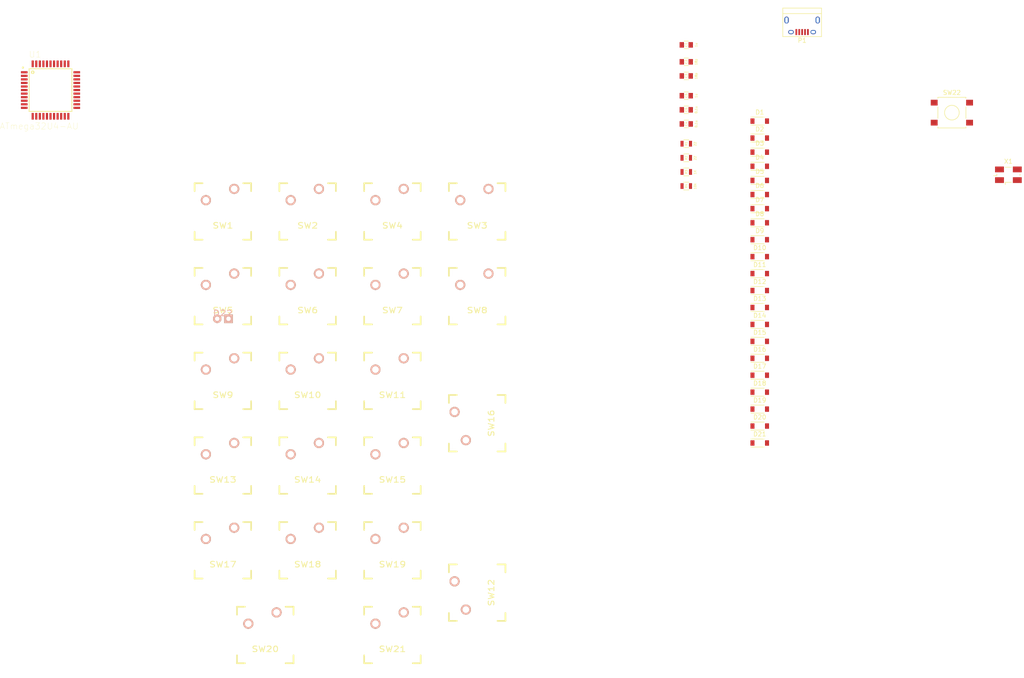
<source format=kicad_pcb>
(kicad_pcb (version 4) (host pcbnew 4.0.4-stable)

  (general
    (links 105)
    (no_connects 105)
    (area 0 0 0 0)
    (thickness 1.6)
    (drawings 0)
    (tracks 0)
    (zones 0)
    (modules 57)
    (nets 63)
  )

  (page A4)
  (layers
    (0 F.Cu signal)
    (31 B.Cu signal)
    (32 B.Adhes user)
    (33 F.Adhes user)
    (34 B.Paste user)
    (35 F.Paste user)
    (36 B.SilkS user)
    (37 F.SilkS user)
    (38 B.Mask user)
    (39 F.Mask user)
    (40 Dwgs.User user)
    (41 Cmts.User user)
    (42 Eco1.User user)
    (43 Eco2.User user)
    (44 Edge.Cuts user)
    (45 Margin user)
    (46 B.CrtYd user)
    (47 F.CrtYd user)
    (48 B.Fab user)
    (49 F.Fab user)
  )

  (setup
    (last_trace_width 0.25)
    (trace_clearance 0.2)
    (zone_clearance 0.508)
    (zone_45_only no)
    (trace_min 0.2)
    (segment_width 0.2)
    (edge_width 0.1)
    (via_size 0.6)
    (via_drill 0.4)
    (via_min_size 0.4)
    (via_min_drill 0.3)
    (uvia_size 0.3)
    (uvia_drill 0.1)
    (uvias_allowed no)
    (uvia_min_size 0.2)
    (uvia_min_drill 0.1)
    (pcb_text_width 0.3)
    (pcb_text_size 1.5 1.5)
    (mod_edge_width 0.15)
    (mod_text_size 1 1)
    (mod_text_width 0.15)
    (pad_size 1.5 1.5)
    (pad_drill 0.6)
    (pad_to_mask_clearance 0)
    (aux_axis_origin 0 0)
    (grid_origin 9.525 10.16)
    (visible_elements 7FFFFFFF)
    (pcbplotparams
      (layerselection 0x00030_80000001)
      (usegerberextensions false)
      (excludeedgelayer true)
      (linewidth 0.100000)
      (plotframeref false)
      (viasonmask false)
      (mode 1)
      (useauxorigin false)
      (hpglpennumber 1)
      (hpglpenspeed 20)
      (hpglpendiameter 15)
      (hpglpenoverlay 2)
      (psnegative false)
      (psa4output false)
      (plotreference true)
      (plotvalue true)
      (plotinvisibletext false)
      (padsonsilk false)
      (subtractmaskfromsilk false)
      (outputformat 1)
      (mirror false)
      (drillshape 1)
      (scaleselection 1)
      (outputdirectory ""))
  )

  (net 0 "")
  (net 1 "Net-(C1-Pad1)")
  (net 2 GND)
  (net 3 /XTAL1)
  (net 4 /XTAL2)
  (net 5 +5V)
  (net 6 /COL0)
  (net 7 "Net-(D1-Pad2)")
  (net 8 /COL1)
  (net 9 "Net-(D2-Pad2)")
  (net 10 /COL2)
  (net 11 "Net-(D3-Pad2)")
  (net 12 /COL3)
  (net 13 "Net-(D4-Pad2)")
  (net 14 "Net-(D5-Pad2)")
  (net 15 "Net-(D6-Pad2)")
  (net 16 "Net-(D7-Pad2)")
  (net 17 "Net-(D8-Pad2)")
  (net 18 "Net-(D9-Pad2)")
  (net 19 "Net-(D10-Pad2)")
  (net 20 "Net-(D11-Pad2)")
  (net 21 "Net-(D12-Pad2)")
  (net 22 "Net-(D13-Pad2)")
  (net 23 "Net-(D14-Pad2)")
  (net 24 "Net-(D15-Pad2)")
  (net 25 "Net-(D16-Pad2)")
  (net 26 "Net-(D17-Pad2)")
  (net 27 "Net-(D18-Pad2)")
  (net 28 "Net-(D19-Pad2)")
  (net 29 "Net-(D20-Pad2)")
  (net 30 /COL4)
  (net 31 "Net-(D21-Pad2)")
  (net 32 "Net-(D22-Pad2)")
  (net 33 "Net-(P1-Pad2)")
  (net 34 "Net-(P1-Pad3)")
  (net 35 "Net-(P1-Pad4)")
  (net 36 "Net-(P1-Pad6)")
  (net 37 "Net-(R1-Pad1)")
  (net 38 "Net-(R2-Pad1)")
  (net 39 /NUMLOCK_LED)
  (net 40 /ISP_RESET)
  (net 41 VCC)
  (net 42 /ROW0)
  (net 43 /ROW1)
  (net 44 /ROW2)
  (net 45 /ROW3)
  (net 46 /ROW4)
  (net 47 "Net-(U1-Pad1)")
  (net 48 "Net-(U1-Pad12)")
  (net 49 "Net-(U1-Pad22)")
  (net 50 "Net-(U1-Pad26)")
  (net 51 "Net-(U1-Pad27)")
  (net 52 "Net-(U1-Pad29)")
  (net 53 "Net-(U1-Pad30)")
  (net 54 "Net-(U1-Pad32)")
  (net 55 "Net-(U1-Pad33)")
  (net 56 "Net-(U1-Pad36)")
  (net 57 "Net-(U1-Pad37)")
  (net 58 "Net-(U1-Pad38)")
  (net 59 "Net-(U1-Pad39)")
  (net 60 "Net-(U1-Pad40)")
  (net 61 "Net-(U1-Pad41)")
  (net 62 "Net-(U1-Pad42)")

  (net_class Default "This is the default net class."
    (clearance 0.2)
    (trace_width 0.25)
    (via_dia 0.6)
    (via_drill 0.4)
    (uvia_dia 0.3)
    (uvia_drill 0.1)
    (add_net +5V)
    (add_net /COL0)
    (add_net /COL1)
    (add_net /COL2)
    (add_net /COL3)
    (add_net /COL4)
    (add_net /ISP_RESET)
    (add_net /NUMLOCK_LED)
    (add_net /ROW0)
    (add_net /ROW1)
    (add_net /ROW2)
    (add_net /ROW3)
    (add_net /ROW4)
    (add_net /XTAL1)
    (add_net /XTAL2)
    (add_net GND)
    (add_net "Net-(C1-Pad1)")
    (add_net "Net-(D1-Pad2)")
    (add_net "Net-(D10-Pad2)")
    (add_net "Net-(D11-Pad2)")
    (add_net "Net-(D12-Pad2)")
    (add_net "Net-(D13-Pad2)")
    (add_net "Net-(D14-Pad2)")
    (add_net "Net-(D15-Pad2)")
    (add_net "Net-(D16-Pad2)")
    (add_net "Net-(D17-Pad2)")
    (add_net "Net-(D18-Pad2)")
    (add_net "Net-(D19-Pad2)")
    (add_net "Net-(D2-Pad2)")
    (add_net "Net-(D20-Pad2)")
    (add_net "Net-(D21-Pad2)")
    (add_net "Net-(D22-Pad2)")
    (add_net "Net-(D3-Pad2)")
    (add_net "Net-(D4-Pad2)")
    (add_net "Net-(D5-Pad2)")
    (add_net "Net-(D6-Pad2)")
    (add_net "Net-(D7-Pad2)")
    (add_net "Net-(D8-Pad2)")
    (add_net "Net-(D9-Pad2)")
    (add_net "Net-(P1-Pad2)")
    (add_net "Net-(P1-Pad3)")
    (add_net "Net-(P1-Pad4)")
    (add_net "Net-(P1-Pad6)")
    (add_net "Net-(R1-Pad1)")
    (add_net "Net-(R2-Pad1)")
    (add_net "Net-(U1-Pad1)")
    (add_net "Net-(U1-Pad12)")
    (add_net "Net-(U1-Pad22)")
    (add_net "Net-(U1-Pad26)")
    (add_net "Net-(U1-Pad27)")
    (add_net "Net-(U1-Pad29)")
    (add_net "Net-(U1-Pad30)")
    (add_net "Net-(U1-Pad32)")
    (add_net "Net-(U1-Pad33)")
    (add_net "Net-(U1-Pad36)")
    (add_net "Net-(U1-Pad37)")
    (add_net "Net-(U1-Pad38)")
    (add_net "Net-(U1-Pad39)")
    (add_net "Net-(U1-Pad40)")
    (add_net "Net-(U1-Pad41)")
    (add_net "Net-(U1-Pad42)")
    (add_net VCC)
  )

  (module Keyboard:C_0805 (layer F.Cu) (tedit 54F7D0BD) (tstamp 583F89DB)
    (at 179.07 28.575)
    (descr "Capacitor SMD 0805, reflow soldering, AVX (see smccp.pdf)")
    (tags "capacitor 0805")
    (path /57D60398)
    (attr smd)
    (fp_text reference C1 (at 0.01 0 90) (layer F.SilkS)
      (effects (font (size 0.5 0.5) (thickness 0.1)))
    )
    (fp_text value 1u (at 2.21 0.01 90) (layer F.SilkS)
      (effects (font (size 0.5 0.5) (thickness 0.1)))
    )
    (fp_line (start -1.8 -1) (end 1.8 -1) (layer F.CrtYd) (width 0.05))
    (fp_line (start -1.8 1) (end 1.8 1) (layer F.CrtYd) (width 0.05))
    (fp_line (start -1.8 -1) (end -1.8 1) (layer F.CrtYd) (width 0.05))
    (fp_line (start 1.8 -1) (end 1.8 1) (layer F.CrtYd) (width 0.05))
    (fp_line (start 0.5 -0.85) (end -0.5 -0.85) (layer F.SilkS) (width 0.15))
    (fp_line (start -0.5 0.85) (end 0.5 0.85) (layer F.SilkS) (width 0.15))
    (pad 1 smd rect (at -1 0) (size 1 1.25) (layers F.Cu F.Paste F.Mask)
      (net 1 "Net-(C1-Pad1)"))
    (pad 2 smd rect (at 1 0) (size 1 1.25) (layers F.Cu F.Paste F.Mask)
      (net 2 GND))
    (model Capacitors_SMD/C_0805.wrl
      (at (xyz 0 0 0))
      (scale (xyz 1 1 1))
      (rotate (xyz 0 0 0))
    )
  )

  (module Keyboard:C_0805 (layer F.Cu) (tedit 54F7D0BD) (tstamp 583F89E1)
    (at 179.07 32.385)
    (descr "Capacitor SMD 0805, reflow soldering, AVX (see smccp.pdf)")
    (tags "capacitor 0805")
    (path /57D6B0D6)
    (attr smd)
    (fp_text reference C2 (at 0.01 0 90) (layer F.SilkS)
      (effects (font (size 0.5 0.5) (thickness 0.1)))
    )
    (fp_text value 18p (at 2.21 0.01 90) (layer F.SilkS)
      (effects (font (size 0.5 0.5) (thickness 0.1)))
    )
    (fp_line (start -1.8 -1) (end 1.8 -1) (layer F.CrtYd) (width 0.05))
    (fp_line (start -1.8 1) (end 1.8 1) (layer F.CrtYd) (width 0.05))
    (fp_line (start -1.8 -1) (end -1.8 1) (layer F.CrtYd) (width 0.05))
    (fp_line (start 1.8 -1) (end 1.8 1) (layer F.CrtYd) (width 0.05))
    (fp_line (start 0.5 -0.85) (end -0.5 -0.85) (layer F.SilkS) (width 0.15))
    (fp_line (start -0.5 0.85) (end 0.5 0.85) (layer F.SilkS) (width 0.15))
    (pad 1 smd rect (at -1 0) (size 1 1.25) (layers F.Cu F.Paste F.Mask)
      (net 3 /XTAL1))
    (pad 2 smd rect (at 1 0) (size 1 1.25) (layers F.Cu F.Paste F.Mask)
      (net 2 GND))
    (model Capacitors_SMD/C_0805.wrl
      (at (xyz 0 0 0))
      (scale (xyz 1 1 1))
      (rotate (xyz 0 0 0))
    )
  )

  (module Keyboard:C_0805 (layer F.Cu) (tedit 54F7D0BD) (tstamp 583F89E7)
    (at 179.07 35.56)
    (descr "Capacitor SMD 0805, reflow soldering, AVX (see smccp.pdf)")
    (tags "capacitor 0805")
    (path /57D6B38B)
    (attr smd)
    (fp_text reference C3 (at 0.01 0 90) (layer F.SilkS)
      (effects (font (size 0.5 0.5) (thickness 0.1)))
    )
    (fp_text value 18p (at 2.21 0.01 90) (layer F.SilkS)
      (effects (font (size 0.5 0.5) (thickness 0.1)))
    )
    (fp_line (start -1.8 -1) (end 1.8 -1) (layer F.CrtYd) (width 0.05))
    (fp_line (start -1.8 1) (end 1.8 1) (layer F.CrtYd) (width 0.05))
    (fp_line (start -1.8 -1) (end -1.8 1) (layer F.CrtYd) (width 0.05))
    (fp_line (start 1.8 -1) (end 1.8 1) (layer F.CrtYd) (width 0.05))
    (fp_line (start 0.5 -0.85) (end -0.5 -0.85) (layer F.SilkS) (width 0.15))
    (fp_line (start -0.5 0.85) (end 0.5 0.85) (layer F.SilkS) (width 0.15))
    (pad 1 smd rect (at -1 0) (size 1 1.25) (layers F.Cu F.Paste F.Mask)
      (net 4 /XTAL2))
    (pad 2 smd rect (at 1 0) (size 1 1.25) (layers F.Cu F.Paste F.Mask)
      (net 2 GND))
    (model Capacitors_SMD/C_0805.wrl
      (at (xyz 0 0 0))
      (scale (xyz 1 1 1))
      (rotate (xyz 0 0 0))
    )
  )

  (module Keyboard:C_0805 (layer F.Cu) (tedit 54F7D0BD) (tstamp 583F89ED)
    (at 179.07 46.355)
    (descr "Capacitor SMD 0805, reflow soldering, AVX (see smccp.pdf)")
    (tags "capacitor 0805")
    (path /57D74C20)
    (attr smd)
    (fp_text reference C4 (at 0.01 0 90) (layer F.SilkS)
      (effects (font (size 0.5 0.5) (thickness 0.1)))
    )
    (fp_text value 0.1u (at 2.21 0.01 90) (layer F.SilkS)
      (effects (font (size 0.5 0.5) (thickness 0.1)))
    )
    (fp_line (start -1.8 -1) (end 1.8 -1) (layer F.CrtYd) (width 0.05))
    (fp_line (start -1.8 1) (end 1.8 1) (layer F.CrtYd) (width 0.05))
    (fp_line (start -1.8 -1) (end -1.8 1) (layer F.CrtYd) (width 0.05))
    (fp_line (start 1.8 -1) (end 1.8 1) (layer F.CrtYd) (width 0.05))
    (fp_line (start 0.5 -0.85) (end -0.5 -0.85) (layer F.SilkS) (width 0.15))
    (fp_line (start -0.5 0.85) (end 0.5 0.85) (layer F.SilkS) (width 0.15))
    (pad 1 smd rect (at -1 0) (size 1 1.25) (layers F.Cu F.Paste F.Mask)
      (net 5 +5V))
    (pad 2 smd rect (at 1 0) (size 1 1.25) (layers F.Cu F.Paste F.Mask)
      (net 2 GND))
    (model Capacitors_SMD/C_0805.wrl
      (at (xyz 0 0 0))
      (scale (xyz 1 1 1))
      (rotate (xyz 0 0 0))
    )
  )

  (module Keyboard:C_0805 (layer F.Cu) (tedit 54F7D0BD) (tstamp 583F89F3)
    (at 179.07 43.18)
    (descr "Capacitor SMD 0805, reflow soldering, AVX (see smccp.pdf)")
    (tags "capacitor 0805")
    (path /57D74D2B)
    (attr smd)
    (fp_text reference C5 (at 0.01 0 90) (layer F.SilkS)
      (effects (font (size 0.5 0.5) (thickness 0.1)))
    )
    (fp_text value 0.1u (at 2.21 0.01 90) (layer F.SilkS)
      (effects (font (size 0.5 0.5) (thickness 0.1)))
    )
    (fp_line (start -1.8 -1) (end 1.8 -1) (layer F.CrtYd) (width 0.05))
    (fp_line (start -1.8 1) (end 1.8 1) (layer F.CrtYd) (width 0.05))
    (fp_line (start -1.8 -1) (end -1.8 1) (layer F.CrtYd) (width 0.05))
    (fp_line (start 1.8 -1) (end 1.8 1) (layer F.CrtYd) (width 0.05))
    (fp_line (start 0.5 -0.85) (end -0.5 -0.85) (layer F.SilkS) (width 0.15))
    (fp_line (start -0.5 0.85) (end 0.5 0.85) (layer F.SilkS) (width 0.15))
    (pad 1 smd rect (at -1 0) (size 1 1.25) (layers F.Cu F.Paste F.Mask)
      (net 5 +5V))
    (pad 2 smd rect (at 1 0) (size 1 1.25) (layers F.Cu F.Paste F.Mask)
      (net 2 GND))
    (model Capacitors_SMD/C_0805.wrl
      (at (xyz 0 0 0))
      (scale (xyz 1 1 1))
      (rotate (xyz 0 0 0))
    )
  )

  (module Keyboard:C_0805 (layer F.Cu) (tedit 54F7D0BD) (tstamp 583F89F9)
    (at 179.07 40.005)
    (descr "Capacitor SMD 0805, reflow soldering, AVX (see smccp.pdf)")
    (tags "capacitor 0805")
    (path /57D74D89)
    (attr smd)
    (fp_text reference C6 (at 0.01 0 90) (layer F.SilkS)
      (effects (font (size 0.5 0.5) (thickness 0.1)))
    )
    (fp_text value 1u (at 2.21 0.01 90) (layer F.SilkS)
      (effects (font (size 0.5 0.5) (thickness 0.1)))
    )
    (fp_line (start -1.8 -1) (end 1.8 -1) (layer F.CrtYd) (width 0.05))
    (fp_line (start -1.8 1) (end 1.8 1) (layer F.CrtYd) (width 0.05))
    (fp_line (start -1.8 -1) (end -1.8 1) (layer F.CrtYd) (width 0.05))
    (fp_line (start 1.8 -1) (end 1.8 1) (layer F.CrtYd) (width 0.05))
    (fp_line (start 0.5 -0.85) (end -0.5 -0.85) (layer F.SilkS) (width 0.15))
    (fp_line (start -0.5 0.85) (end 0.5 0.85) (layer F.SilkS) (width 0.15))
    (pad 1 smd rect (at -1 0) (size 1 1.25) (layers F.Cu F.Paste F.Mask)
      (net 5 +5V))
    (pad 2 smd rect (at 1 0) (size 1 1.25) (layers F.Cu F.Paste F.Mask)
      (net 2 GND))
    (model Capacitors_SMD/C_0805.wrl
      (at (xyz 0 0 0))
      (scale (xyz 1 1 1))
      (rotate (xyz 0 0 0))
    )
  )

  (module Diodes_SMD:SOD-123 (layer F.Cu) (tedit 5753A53E) (tstamp 583F89FF)
    (at 195.58 45.72)
    (descr SOD-123)
    (tags SOD-123)
    (path /57D61AEB)
    (attr smd)
    (fp_text reference D1 (at 0 -2) (layer F.SilkS)
      (effects (font (size 1 1) (thickness 0.15)))
    )
    (fp_text value D (at 0 2.1) (layer F.Fab)
      (effects (font (size 1 1) (thickness 0.15)))
    )
    (fp_line (start 0.25 0) (end 0.75 0) (layer F.Fab) (width 0.15))
    (fp_line (start 0.25 0.4) (end -0.35 0) (layer F.Fab) (width 0.15))
    (fp_line (start 0.25 -0.4) (end 0.25 0.4) (layer F.Fab) (width 0.15))
    (fp_line (start -0.35 0) (end 0.25 -0.4) (layer F.Fab) (width 0.15))
    (fp_line (start -0.35 0) (end -0.35 0.55) (layer F.Fab) (width 0.15))
    (fp_line (start -0.35 0) (end -0.35 -0.55) (layer F.Fab) (width 0.15))
    (fp_line (start -0.75 0) (end -0.35 0) (layer F.Fab) (width 0.15))
    (fp_line (start -1.35 0.8) (end -1.35 -0.8) (layer F.Fab) (width 0.15))
    (fp_line (start 1.35 0.8) (end -1.35 0.8) (layer F.Fab) (width 0.15))
    (fp_line (start 1.35 -0.8) (end 1.35 0.8) (layer F.Fab) (width 0.15))
    (fp_line (start -1.35 -0.8) (end 1.35 -0.8) (layer F.Fab) (width 0.15))
    (fp_line (start -2.25 -1.05) (end 2.25 -1.05) (layer F.CrtYd) (width 0.05))
    (fp_line (start 2.25 -1.05) (end 2.25 1.05) (layer F.CrtYd) (width 0.05))
    (fp_line (start 2.25 1.05) (end -2.25 1.05) (layer F.CrtYd) (width 0.05))
    (fp_line (start -2.25 -1.05) (end -2.25 1.05) (layer F.CrtYd) (width 0.05))
    (fp_line (start -2 0.9) (end 1 0.9) (layer F.SilkS) (width 0.15))
    (fp_line (start -2 -0.9) (end 1 -0.9) (layer F.SilkS) (width 0.15))
    (pad 1 smd rect (at -1.635 0) (size 0.91 1.22) (layers F.Cu F.Paste F.Mask)
      (net 6 /COL0))
    (pad 2 smd rect (at 1.635 0) (size 0.91 1.22) (layers F.Cu F.Paste F.Mask)
      (net 7 "Net-(D1-Pad2)"))
    (model ${KISYS3DMOD}/Diodes_SMD.3dshapes/SOD-123.wrl
      (at (xyz 0 0 0))
      (scale (xyz 1 1 1))
      (rotate (xyz 0 0 0))
    )
  )

  (module Diodes_SMD:SOD-123 (layer F.Cu) (tedit 5753A53E) (tstamp 583F8A05)
    (at 195.58 49.53)
    (descr SOD-123)
    (tags SOD-123)
    (path /57D61B7D)
    (attr smd)
    (fp_text reference D2 (at 0 -2) (layer F.SilkS)
      (effects (font (size 1 1) (thickness 0.15)))
    )
    (fp_text value D (at 0 2.1) (layer F.Fab)
      (effects (font (size 1 1) (thickness 0.15)))
    )
    (fp_line (start 0.25 0) (end 0.75 0) (layer F.Fab) (width 0.15))
    (fp_line (start 0.25 0.4) (end -0.35 0) (layer F.Fab) (width 0.15))
    (fp_line (start 0.25 -0.4) (end 0.25 0.4) (layer F.Fab) (width 0.15))
    (fp_line (start -0.35 0) (end 0.25 -0.4) (layer F.Fab) (width 0.15))
    (fp_line (start -0.35 0) (end -0.35 0.55) (layer F.Fab) (width 0.15))
    (fp_line (start -0.35 0) (end -0.35 -0.55) (layer F.Fab) (width 0.15))
    (fp_line (start -0.75 0) (end -0.35 0) (layer F.Fab) (width 0.15))
    (fp_line (start -1.35 0.8) (end -1.35 -0.8) (layer F.Fab) (width 0.15))
    (fp_line (start 1.35 0.8) (end -1.35 0.8) (layer F.Fab) (width 0.15))
    (fp_line (start 1.35 -0.8) (end 1.35 0.8) (layer F.Fab) (width 0.15))
    (fp_line (start -1.35 -0.8) (end 1.35 -0.8) (layer F.Fab) (width 0.15))
    (fp_line (start -2.25 -1.05) (end 2.25 -1.05) (layer F.CrtYd) (width 0.05))
    (fp_line (start 2.25 -1.05) (end 2.25 1.05) (layer F.CrtYd) (width 0.05))
    (fp_line (start 2.25 1.05) (end -2.25 1.05) (layer F.CrtYd) (width 0.05))
    (fp_line (start -2.25 -1.05) (end -2.25 1.05) (layer F.CrtYd) (width 0.05))
    (fp_line (start -2 0.9) (end 1 0.9) (layer F.SilkS) (width 0.15))
    (fp_line (start -2 -0.9) (end 1 -0.9) (layer F.SilkS) (width 0.15))
    (pad 1 smd rect (at -1.635 0) (size 0.91 1.22) (layers F.Cu F.Paste F.Mask)
      (net 8 /COL1))
    (pad 2 smd rect (at 1.635 0) (size 0.91 1.22) (layers F.Cu F.Paste F.Mask)
      (net 9 "Net-(D2-Pad2)"))
    (model ${KISYS3DMOD}/Diodes_SMD.3dshapes/SOD-123.wrl
      (at (xyz 0 0 0))
      (scale (xyz 1 1 1))
      (rotate (xyz 0 0 0))
    )
  )

  (module Diodes_SMD:SOD-123 (layer F.Cu) (tedit 5753A53E) (tstamp 583F8A0B)
    (at 195.58 52.705)
    (descr SOD-123)
    (tags SOD-123)
    (path /57D61BB8)
    (attr smd)
    (fp_text reference D3 (at 0 -2) (layer F.SilkS)
      (effects (font (size 1 1) (thickness 0.15)))
    )
    (fp_text value D (at 0 2.1) (layer F.Fab)
      (effects (font (size 1 1) (thickness 0.15)))
    )
    (fp_line (start 0.25 0) (end 0.75 0) (layer F.Fab) (width 0.15))
    (fp_line (start 0.25 0.4) (end -0.35 0) (layer F.Fab) (width 0.15))
    (fp_line (start 0.25 -0.4) (end 0.25 0.4) (layer F.Fab) (width 0.15))
    (fp_line (start -0.35 0) (end 0.25 -0.4) (layer F.Fab) (width 0.15))
    (fp_line (start -0.35 0) (end -0.35 0.55) (layer F.Fab) (width 0.15))
    (fp_line (start -0.35 0) (end -0.35 -0.55) (layer F.Fab) (width 0.15))
    (fp_line (start -0.75 0) (end -0.35 0) (layer F.Fab) (width 0.15))
    (fp_line (start -1.35 0.8) (end -1.35 -0.8) (layer F.Fab) (width 0.15))
    (fp_line (start 1.35 0.8) (end -1.35 0.8) (layer F.Fab) (width 0.15))
    (fp_line (start 1.35 -0.8) (end 1.35 0.8) (layer F.Fab) (width 0.15))
    (fp_line (start -1.35 -0.8) (end 1.35 -0.8) (layer F.Fab) (width 0.15))
    (fp_line (start -2.25 -1.05) (end 2.25 -1.05) (layer F.CrtYd) (width 0.05))
    (fp_line (start 2.25 -1.05) (end 2.25 1.05) (layer F.CrtYd) (width 0.05))
    (fp_line (start 2.25 1.05) (end -2.25 1.05) (layer F.CrtYd) (width 0.05))
    (fp_line (start -2.25 -1.05) (end -2.25 1.05) (layer F.CrtYd) (width 0.05))
    (fp_line (start -2 0.9) (end 1 0.9) (layer F.SilkS) (width 0.15))
    (fp_line (start -2 -0.9) (end 1 -0.9) (layer F.SilkS) (width 0.15))
    (pad 1 smd rect (at -1.635 0) (size 0.91 1.22) (layers F.Cu F.Paste F.Mask)
      (net 10 /COL2))
    (pad 2 smd rect (at 1.635 0) (size 0.91 1.22) (layers F.Cu F.Paste F.Mask)
      (net 11 "Net-(D3-Pad2)"))
    (model ${KISYS3DMOD}/Diodes_SMD.3dshapes/SOD-123.wrl
      (at (xyz 0 0 0))
      (scale (xyz 1 1 1))
      (rotate (xyz 0 0 0))
    )
  )

  (module Diodes_SMD:SOD-123 (layer F.Cu) (tedit 5753A53E) (tstamp 583F8A11)
    (at 195.58 55.88)
    (descr SOD-123)
    (tags SOD-123)
    (path /57D61C02)
    (attr smd)
    (fp_text reference D4 (at 0 -2) (layer F.SilkS)
      (effects (font (size 1 1) (thickness 0.15)))
    )
    (fp_text value D (at 0 2.1) (layer F.Fab)
      (effects (font (size 1 1) (thickness 0.15)))
    )
    (fp_line (start 0.25 0) (end 0.75 0) (layer F.Fab) (width 0.15))
    (fp_line (start 0.25 0.4) (end -0.35 0) (layer F.Fab) (width 0.15))
    (fp_line (start 0.25 -0.4) (end 0.25 0.4) (layer F.Fab) (width 0.15))
    (fp_line (start -0.35 0) (end 0.25 -0.4) (layer F.Fab) (width 0.15))
    (fp_line (start -0.35 0) (end -0.35 0.55) (layer F.Fab) (width 0.15))
    (fp_line (start -0.35 0) (end -0.35 -0.55) (layer F.Fab) (width 0.15))
    (fp_line (start -0.75 0) (end -0.35 0) (layer F.Fab) (width 0.15))
    (fp_line (start -1.35 0.8) (end -1.35 -0.8) (layer F.Fab) (width 0.15))
    (fp_line (start 1.35 0.8) (end -1.35 0.8) (layer F.Fab) (width 0.15))
    (fp_line (start 1.35 -0.8) (end 1.35 0.8) (layer F.Fab) (width 0.15))
    (fp_line (start -1.35 -0.8) (end 1.35 -0.8) (layer F.Fab) (width 0.15))
    (fp_line (start -2.25 -1.05) (end 2.25 -1.05) (layer F.CrtYd) (width 0.05))
    (fp_line (start 2.25 -1.05) (end 2.25 1.05) (layer F.CrtYd) (width 0.05))
    (fp_line (start 2.25 1.05) (end -2.25 1.05) (layer F.CrtYd) (width 0.05))
    (fp_line (start -2.25 -1.05) (end -2.25 1.05) (layer F.CrtYd) (width 0.05))
    (fp_line (start -2 0.9) (end 1 0.9) (layer F.SilkS) (width 0.15))
    (fp_line (start -2 -0.9) (end 1 -0.9) (layer F.SilkS) (width 0.15))
    (pad 1 smd rect (at -1.635 0) (size 0.91 1.22) (layers F.Cu F.Paste F.Mask)
      (net 12 /COL3))
    (pad 2 smd rect (at 1.635 0) (size 0.91 1.22) (layers F.Cu F.Paste F.Mask)
      (net 13 "Net-(D4-Pad2)"))
    (model ${KISYS3DMOD}/Diodes_SMD.3dshapes/SOD-123.wrl
      (at (xyz 0 0 0))
      (scale (xyz 1 1 1))
      (rotate (xyz 0 0 0))
    )
  )

  (module Diodes_SMD:SOD-123 (layer F.Cu) (tedit 5753A53E) (tstamp 583F8A17)
    (at 195.58 59.055)
    (descr SOD-123)
    (tags SOD-123)
    (path /57D62376)
    (attr smd)
    (fp_text reference D5 (at 0 -2) (layer F.SilkS)
      (effects (font (size 1 1) (thickness 0.15)))
    )
    (fp_text value D (at 0 2.1) (layer F.Fab)
      (effects (font (size 1 1) (thickness 0.15)))
    )
    (fp_line (start 0.25 0) (end 0.75 0) (layer F.Fab) (width 0.15))
    (fp_line (start 0.25 0.4) (end -0.35 0) (layer F.Fab) (width 0.15))
    (fp_line (start 0.25 -0.4) (end 0.25 0.4) (layer F.Fab) (width 0.15))
    (fp_line (start -0.35 0) (end 0.25 -0.4) (layer F.Fab) (width 0.15))
    (fp_line (start -0.35 0) (end -0.35 0.55) (layer F.Fab) (width 0.15))
    (fp_line (start -0.35 0) (end -0.35 -0.55) (layer F.Fab) (width 0.15))
    (fp_line (start -0.75 0) (end -0.35 0) (layer F.Fab) (width 0.15))
    (fp_line (start -1.35 0.8) (end -1.35 -0.8) (layer F.Fab) (width 0.15))
    (fp_line (start 1.35 0.8) (end -1.35 0.8) (layer F.Fab) (width 0.15))
    (fp_line (start 1.35 -0.8) (end 1.35 0.8) (layer F.Fab) (width 0.15))
    (fp_line (start -1.35 -0.8) (end 1.35 -0.8) (layer F.Fab) (width 0.15))
    (fp_line (start -2.25 -1.05) (end 2.25 -1.05) (layer F.CrtYd) (width 0.05))
    (fp_line (start 2.25 -1.05) (end 2.25 1.05) (layer F.CrtYd) (width 0.05))
    (fp_line (start 2.25 1.05) (end -2.25 1.05) (layer F.CrtYd) (width 0.05))
    (fp_line (start -2.25 -1.05) (end -2.25 1.05) (layer F.CrtYd) (width 0.05))
    (fp_line (start -2 0.9) (end 1 0.9) (layer F.SilkS) (width 0.15))
    (fp_line (start -2 -0.9) (end 1 -0.9) (layer F.SilkS) (width 0.15))
    (pad 1 smd rect (at -1.635 0) (size 0.91 1.22) (layers F.Cu F.Paste F.Mask)
      (net 6 /COL0))
    (pad 2 smd rect (at 1.635 0) (size 0.91 1.22) (layers F.Cu F.Paste F.Mask)
      (net 14 "Net-(D5-Pad2)"))
    (model ${KISYS3DMOD}/Diodes_SMD.3dshapes/SOD-123.wrl
      (at (xyz 0 0 0))
      (scale (xyz 1 1 1))
      (rotate (xyz 0 0 0))
    )
  )

  (module Diodes_SMD:SOD-123 (layer F.Cu) (tedit 5753A53E) (tstamp 583F8A1D)
    (at 195.58 62.23)
    (descr SOD-123)
    (tags SOD-123)
    (path /57D6237C)
    (attr smd)
    (fp_text reference D6 (at 0 -2) (layer F.SilkS)
      (effects (font (size 1 1) (thickness 0.15)))
    )
    (fp_text value D (at 0 2.1) (layer F.Fab)
      (effects (font (size 1 1) (thickness 0.15)))
    )
    (fp_line (start 0.25 0) (end 0.75 0) (layer F.Fab) (width 0.15))
    (fp_line (start 0.25 0.4) (end -0.35 0) (layer F.Fab) (width 0.15))
    (fp_line (start 0.25 -0.4) (end 0.25 0.4) (layer F.Fab) (width 0.15))
    (fp_line (start -0.35 0) (end 0.25 -0.4) (layer F.Fab) (width 0.15))
    (fp_line (start -0.35 0) (end -0.35 0.55) (layer F.Fab) (width 0.15))
    (fp_line (start -0.35 0) (end -0.35 -0.55) (layer F.Fab) (width 0.15))
    (fp_line (start -0.75 0) (end -0.35 0) (layer F.Fab) (width 0.15))
    (fp_line (start -1.35 0.8) (end -1.35 -0.8) (layer F.Fab) (width 0.15))
    (fp_line (start 1.35 0.8) (end -1.35 0.8) (layer F.Fab) (width 0.15))
    (fp_line (start 1.35 -0.8) (end 1.35 0.8) (layer F.Fab) (width 0.15))
    (fp_line (start -1.35 -0.8) (end 1.35 -0.8) (layer F.Fab) (width 0.15))
    (fp_line (start -2.25 -1.05) (end 2.25 -1.05) (layer F.CrtYd) (width 0.05))
    (fp_line (start 2.25 -1.05) (end 2.25 1.05) (layer F.CrtYd) (width 0.05))
    (fp_line (start 2.25 1.05) (end -2.25 1.05) (layer F.CrtYd) (width 0.05))
    (fp_line (start -2.25 -1.05) (end -2.25 1.05) (layer F.CrtYd) (width 0.05))
    (fp_line (start -2 0.9) (end 1 0.9) (layer F.SilkS) (width 0.15))
    (fp_line (start -2 -0.9) (end 1 -0.9) (layer F.SilkS) (width 0.15))
    (pad 1 smd rect (at -1.635 0) (size 0.91 1.22) (layers F.Cu F.Paste F.Mask)
      (net 8 /COL1))
    (pad 2 smd rect (at 1.635 0) (size 0.91 1.22) (layers F.Cu F.Paste F.Mask)
      (net 15 "Net-(D6-Pad2)"))
    (model ${KISYS3DMOD}/Diodes_SMD.3dshapes/SOD-123.wrl
      (at (xyz 0 0 0))
      (scale (xyz 1 1 1))
      (rotate (xyz 0 0 0))
    )
  )

  (module Diodes_SMD:SOD-123 (layer F.Cu) (tedit 5753A53E) (tstamp 583F8A23)
    (at 195.58 65.405)
    (descr SOD-123)
    (tags SOD-123)
    (path /57D62382)
    (attr smd)
    (fp_text reference D7 (at 0 -2) (layer F.SilkS)
      (effects (font (size 1 1) (thickness 0.15)))
    )
    (fp_text value D (at 0 2.1) (layer F.Fab)
      (effects (font (size 1 1) (thickness 0.15)))
    )
    (fp_line (start 0.25 0) (end 0.75 0) (layer F.Fab) (width 0.15))
    (fp_line (start 0.25 0.4) (end -0.35 0) (layer F.Fab) (width 0.15))
    (fp_line (start 0.25 -0.4) (end 0.25 0.4) (layer F.Fab) (width 0.15))
    (fp_line (start -0.35 0) (end 0.25 -0.4) (layer F.Fab) (width 0.15))
    (fp_line (start -0.35 0) (end -0.35 0.55) (layer F.Fab) (width 0.15))
    (fp_line (start -0.35 0) (end -0.35 -0.55) (layer F.Fab) (width 0.15))
    (fp_line (start -0.75 0) (end -0.35 0) (layer F.Fab) (width 0.15))
    (fp_line (start -1.35 0.8) (end -1.35 -0.8) (layer F.Fab) (width 0.15))
    (fp_line (start 1.35 0.8) (end -1.35 0.8) (layer F.Fab) (width 0.15))
    (fp_line (start 1.35 -0.8) (end 1.35 0.8) (layer F.Fab) (width 0.15))
    (fp_line (start -1.35 -0.8) (end 1.35 -0.8) (layer F.Fab) (width 0.15))
    (fp_line (start -2.25 -1.05) (end 2.25 -1.05) (layer F.CrtYd) (width 0.05))
    (fp_line (start 2.25 -1.05) (end 2.25 1.05) (layer F.CrtYd) (width 0.05))
    (fp_line (start 2.25 1.05) (end -2.25 1.05) (layer F.CrtYd) (width 0.05))
    (fp_line (start -2.25 -1.05) (end -2.25 1.05) (layer F.CrtYd) (width 0.05))
    (fp_line (start -2 0.9) (end 1 0.9) (layer F.SilkS) (width 0.15))
    (fp_line (start -2 -0.9) (end 1 -0.9) (layer F.SilkS) (width 0.15))
    (pad 1 smd rect (at -1.635 0) (size 0.91 1.22) (layers F.Cu F.Paste F.Mask)
      (net 10 /COL2))
    (pad 2 smd rect (at 1.635 0) (size 0.91 1.22) (layers F.Cu F.Paste F.Mask)
      (net 16 "Net-(D7-Pad2)"))
    (model ${KISYS3DMOD}/Diodes_SMD.3dshapes/SOD-123.wrl
      (at (xyz 0 0 0))
      (scale (xyz 1 1 1))
      (rotate (xyz 0 0 0))
    )
  )

  (module Diodes_SMD:SOD-123 (layer F.Cu) (tedit 5753A53E) (tstamp 583F8A29)
    (at 195.58 68.58)
    (descr SOD-123)
    (tags SOD-123)
    (path /57D62388)
    (attr smd)
    (fp_text reference D8 (at 0 -2) (layer F.SilkS)
      (effects (font (size 1 1) (thickness 0.15)))
    )
    (fp_text value D (at 0 2.1) (layer F.Fab)
      (effects (font (size 1 1) (thickness 0.15)))
    )
    (fp_line (start 0.25 0) (end 0.75 0) (layer F.Fab) (width 0.15))
    (fp_line (start 0.25 0.4) (end -0.35 0) (layer F.Fab) (width 0.15))
    (fp_line (start 0.25 -0.4) (end 0.25 0.4) (layer F.Fab) (width 0.15))
    (fp_line (start -0.35 0) (end 0.25 -0.4) (layer F.Fab) (width 0.15))
    (fp_line (start -0.35 0) (end -0.35 0.55) (layer F.Fab) (width 0.15))
    (fp_line (start -0.35 0) (end -0.35 -0.55) (layer F.Fab) (width 0.15))
    (fp_line (start -0.75 0) (end -0.35 0) (layer F.Fab) (width 0.15))
    (fp_line (start -1.35 0.8) (end -1.35 -0.8) (layer F.Fab) (width 0.15))
    (fp_line (start 1.35 0.8) (end -1.35 0.8) (layer F.Fab) (width 0.15))
    (fp_line (start 1.35 -0.8) (end 1.35 0.8) (layer F.Fab) (width 0.15))
    (fp_line (start -1.35 -0.8) (end 1.35 -0.8) (layer F.Fab) (width 0.15))
    (fp_line (start -2.25 -1.05) (end 2.25 -1.05) (layer F.CrtYd) (width 0.05))
    (fp_line (start 2.25 -1.05) (end 2.25 1.05) (layer F.CrtYd) (width 0.05))
    (fp_line (start 2.25 1.05) (end -2.25 1.05) (layer F.CrtYd) (width 0.05))
    (fp_line (start -2.25 -1.05) (end -2.25 1.05) (layer F.CrtYd) (width 0.05))
    (fp_line (start -2 0.9) (end 1 0.9) (layer F.SilkS) (width 0.15))
    (fp_line (start -2 -0.9) (end 1 -0.9) (layer F.SilkS) (width 0.15))
    (pad 1 smd rect (at -1.635 0) (size 0.91 1.22) (layers F.Cu F.Paste F.Mask)
      (net 12 /COL3))
    (pad 2 smd rect (at 1.635 0) (size 0.91 1.22) (layers F.Cu F.Paste F.Mask)
      (net 17 "Net-(D8-Pad2)"))
    (model ${KISYS3DMOD}/Diodes_SMD.3dshapes/SOD-123.wrl
      (at (xyz 0 0 0))
      (scale (xyz 1 1 1))
      (rotate (xyz 0 0 0))
    )
  )

  (module Diodes_SMD:SOD-123 (layer F.Cu) (tedit 5753A53E) (tstamp 583F8A2F)
    (at 195.58 72.39)
    (descr SOD-123)
    (tags SOD-123)
    (path /57D62D57)
    (attr smd)
    (fp_text reference D9 (at 0 -2) (layer F.SilkS)
      (effects (font (size 1 1) (thickness 0.15)))
    )
    (fp_text value D (at 0 2.1) (layer F.Fab)
      (effects (font (size 1 1) (thickness 0.15)))
    )
    (fp_line (start 0.25 0) (end 0.75 0) (layer F.Fab) (width 0.15))
    (fp_line (start 0.25 0.4) (end -0.35 0) (layer F.Fab) (width 0.15))
    (fp_line (start 0.25 -0.4) (end 0.25 0.4) (layer F.Fab) (width 0.15))
    (fp_line (start -0.35 0) (end 0.25 -0.4) (layer F.Fab) (width 0.15))
    (fp_line (start -0.35 0) (end -0.35 0.55) (layer F.Fab) (width 0.15))
    (fp_line (start -0.35 0) (end -0.35 -0.55) (layer F.Fab) (width 0.15))
    (fp_line (start -0.75 0) (end -0.35 0) (layer F.Fab) (width 0.15))
    (fp_line (start -1.35 0.8) (end -1.35 -0.8) (layer F.Fab) (width 0.15))
    (fp_line (start 1.35 0.8) (end -1.35 0.8) (layer F.Fab) (width 0.15))
    (fp_line (start 1.35 -0.8) (end 1.35 0.8) (layer F.Fab) (width 0.15))
    (fp_line (start -1.35 -0.8) (end 1.35 -0.8) (layer F.Fab) (width 0.15))
    (fp_line (start -2.25 -1.05) (end 2.25 -1.05) (layer F.CrtYd) (width 0.05))
    (fp_line (start 2.25 -1.05) (end 2.25 1.05) (layer F.CrtYd) (width 0.05))
    (fp_line (start 2.25 1.05) (end -2.25 1.05) (layer F.CrtYd) (width 0.05))
    (fp_line (start -2.25 -1.05) (end -2.25 1.05) (layer F.CrtYd) (width 0.05))
    (fp_line (start -2 0.9) (end 1 0.9) (layer F.SilkS) (width 0.15))
    (fp_line (start -2 -0.9) (end 1 -0.9) (layer F.SilkS) (width 0.15))
    (pad 1 smd rect (at -1.635 0) (size 0.91 1.22) (layers F.Cu F.Paste F.Mask)
      (net 6 /COL0))
    (pad 2 smd rect (at 1.635 0) (size 0.91 1.22) (layers F.Cu F.Paste F.Mask)
      (net 18 "Net-(D9-Pad2)"))
    (model ${KISYS3DMOD}/Diodes_SMD.3dshapes/SOD-123.wrl
      (at (xyz 0 0 0))
      (scale (xyz 1 1 1))
      (rotate (xyz 0 0 0))
    )
  )

  (module Diodes_SMD:SOD-123 (layer F.Cu) (tedit 5753A53E) (tstamp 583F8A35)
    (at 195.58 76.2)
    (descr SOD-123)
    (tags SOD-123)
    (path /57D62D5D)
    (attr smd)
    (fp_text reference D10 (at 0 -2) (layer F.SilkS)
      (effects (font (size 1 1) (thickness 0.15)))
    )
    (fp_text value D (at 0 2.1) (layer F.Fab)
      (effects (font (size 1 1) (thickness 0.15)))
    )
    (fp_line (start 0.25 0) (end 0.75 0) (layer F.Fab) (width 0.15))
    (fp_line (start 0.25 0.4) (end -0.35 0) (layer F.Fab) (width 0.15))
    (fp_line (start 0.25 -0.4) (end 0.25 0.4) (layer F.Fab) (width 0.15))
    (fp_line (start -0.35 0) (end 0.25 -0.4) (layer F.Fab) (width 0.15))
    (fp_line (start -0.35 0) (end -0.35 0.55) (layer F.Fab) (width 0.15))
    (fp_line (start -0.35 0) (end -0.35 -0.55) (layer F.Fab) (width 0.15))
    (fp_line (start -0.75 0) (end -0.35 0) (layer F.Fab) (width 0.15))
    (fp_line (start -1.35 0.8) (end -1.35 -0.8) (layer F.Fab) (width 0.15))
    (fp_line (start 1.35 0.8) (end -1.35 0.8) (layer F.Fab) (width 0.15))
    (fp_line (start 1.35 -0.8) (end 1.35 0.8) (layer F.Fab) (width 0.15))
    (fp_line (start -1.35 -0.8) (end 1.35 -0.8) (layer F.Fab) (width 0.15))
    (fp_line (start -2.25 -1.05) (end 2.25 -1.05) (layer F.CrtYd) (width 0.05))
    (fp_line (start 2.25 -1.05) (end 2.25 1.05) (layer F.CrtYd) (width 0.05))
    (fp_line (start 2.25 1.05) (end -2.25 1.05) (layer F.CrtYd) (width 0.05))
    (fp_line (start -2.25 -1.05) (end -2.25 1.05) (layer F.CrtYd) (width 0.05))
    (fp_line (start -2 0.9) (end 1 0.9) (layer F.SilkS) (width 0.15))
    (fp_line (start -2 -0.9) (end 1 -0.9) (layer F.SilkS) (width 0.15))
    (pad 1 smd rect (at -1.635 0) (size 0.91 1.22) (layers F.Cu F.Paste F.Mask)
      (net 8 /COL1))
    (pad 2 smd rect (at 1.635 0) (size 0.91 1.22) (layers F.Cu F.Paste F.Mask)
      (net 19 "Net-(D10-Pad2)"))
    (model ${KISYS3DMOD}/Diodes_SMD.3dshapes/SOD-123.wrl
      (at (xyz 0 0 0))
      (scale (xyz 1 1 1))
      (rotate (xyz 0 0 0))
    )
  )

  (module Diodes_SMD:SOD-123 (layer F.Cu) (tedit 5753A53E) (tstamp 583F8A3B)
    (at 195.58 80.01)
    (descr SOD-123)
    (tags SOD-123)
    (path /57D62D63)
    (attr smd)
    (fp_text reference D11 (at 0 -2) (layer F.SilkS)
      (effects (font (size 1 1) (thickness 0.15)))
    )
    (fp_text value D (at 0 2.1) (layer F.Fab)
      (effects (font (size 1 1) (thickness 0.15)))
    )
    (fp_line (start 0.25 0) (end 0.75 0) (layer F.Fab) (width 0.15))
    (fp_line (start 0.25 0.4) (end -0.35 0) (layer F.Fab) (width 0.15))
    (fp_line (start 0.25 -0.4) (end 0.25 0.4) (layer F.Fab) (width 0.15))
    (fp_line (start -0.35 0) (end 0.25 -0.4) (layer F.Fab) (width 0.15))
    (fp_line (start -0.35 0) (end -0.35 0.55) (layer F.Fab) (width 0.15))
    (fp_line (start -0.35 0) (end -0.35 -0.55) (layer F.Fab) (width 0.15))
    (fp_line (start -0.75 0) (end -0.35 0) (layer F.Fab) (width 0.15))
    (fp_line (start -1.35 0.8) (end -1.35 -0.8) (layer F.Fab) (width 0.15))
    (fp_line (start 1.35 0.8) (end -1.35 0.8) (layer F.Fab) (width 0.15))
    (fp_line (start 1.35 -0.8) (end 1.35 0.8) (layer F.Fab) (width 0.15))
    (fp_line (start -1.35 -0.8) (end 1.35 -0.8) (layer F.Fab) (width 0.15))
    (fp_line (start -2.25 -1.05) (end 2.25 -1.05) (layer F.CrtYd) (width 0.05))
    (fp_line (start 2.25 -1.05) (end 2.25 1.05) (layer F.CrtYd) (width 0.05))
    (fp_line (start 2.25 1.05) (end -2.25 1.05) (layer F.CrtYd) (width 0.05))
    (fp_line (start -2.25 -1.05) (end -2.25 1.05) (layer F.CrtYd) (width 0.05))
    (fp_line (start -2 0.9) (end 1 0.9) (layer F.SilkS) (width 0.15))
    (fp_line (start -2 -0.9) (end 1 -0.9) (layer F.SilkS) (width 0.15))
    (pad 1 smd rect (at -1.635 0) (size 0.91 1.22) (layers F.Cu F.Paste F.Mask)
      (net 10 /COL2))
    (pad 2 smd rect (at 1.635 0) (size 0.91 1.22) (layers F.Cu F.Paste F.Mask)
      (net 20 "Net-(D11-Pad2)"))
    (model ${KISYS3DMOD}/Diodes_SMD.3dshapes/SOD-123.wrl
      (at (xyz 0 0 0))
      (scale (xyz 1 1 1))
      (rotate (xyz 0 0 0))
    )
  )

  (module Diodes_SMD:SOD-123 (layer F.Cu) (tedit 5753A53E) (tstamp 583F8A41)
    (at 195.58 83.82)
    (descr SOD-123)
    (tags SOD-123)
    (path /57D62D69)
    (attr smd)
    (fp_text reference D12 (at 0 -2) (layer F.SilkS)
      (effects (font (size 1 1) (thickness 0.15)))
    )
    (fp_text value D (at 0 2.1) (layer F.Fab)
      (effects (font (size 1 1) (thickness 0.15)))
    )
    (fp_line (start 0.25 0) (end 0.75 0) (layer F.Fab) (width 0.15))
    (fp_line (start 0.25 0.4) (end -0.35 0) (layer F.Fab) (width 0.15))
    (fp_line (start 0.25 -0.4) (end 0.25 0.4) (layer F.Fab) (width 0.15))
    (fp_line (start -0.35 0) (end 0.25 -0.4) (layer F.Fab) (width 0.15))
    (fp_line (start -0.35 0) (end -0.35 0.55) (layer F.Fab) (width 0.15))
    (fp_line (start -0.35 0) (end -0.35 -0.55) (layer F.Fab) (width 0.15))
    (fp_line (start -0.75 0) (end -0.35 0) (layer F.Fab) (width 0.15))
    (fp_line (start -1.35 0.8) (end -1.35 -0.8) (layer F.Fab) (width 0.15))
    (fp_line (start 1.35 0.8) (end -1.35 0.8) (layer F.Fab) (width 0.15))
    (fp_line (start 1.35 -0.8) (end 1.35 0.8) (layer F.Fab) (width 0.15))
    (fp_line (start -1.35 -0.8) (end 1.35 -0.8) (layer F.Fab) (width 0.15))
    (fp_line (start -2.25 -1.05) (end 2.25 -1.05) (layer F.CrtYd) (width 0.05))
    (fp_line (start 2.25 -1.05) (end 2.25 1.05) (layer F.CrtYd) (width 0.05))
    (fp_line (start 2.25 1.05) (end -2.25 1.05) (layer F.CrtYd) (width 0.05))
    (fp_line (start -2.25 -1.05) (end -2.25 1.05) (layer F.CrtYd) (width 0.05))
    (fp_line (start -2 0.9) (end 1 0.9) (layer F.SilkS) (width 0.15))
    (fp_line (start -2 -0.9) (end 1 -0.9) (layer F.SilkS) (width 0.15))
    (pad 1 smd rect (at -1.635 0) (size 0.91 1.22) (layers F.Cu F.Paste F.Mask)
      (net 12 /COL3))
    (pad 2 smd rect (at 1.635 0) (size 0.91 1.22) (layers F.Cu F.Paste F.Mask)
      (net 21 "Net-(D12-Pad2)"))
    (model ${KISYS3DMOD}/Diodes_SMD.3dshapes/SOD-123.wrl
      (at (xyz 0 0 0))
      (scale (xyz 1 1 1))
      (rotate (xyz 0 0 0))
    )
  )

  (module Diodes_SMD:SOD-123 (layer F.Cu) (tedit 5753A53E) (tstamp 583F8A47)
    (at 195.58 87.63)
    (descr SOD-123)
    (tags SOD-123)
    (path /57D6369B)
    (attr smd)
    (fp_text reference D13 (at 0 -2) (layer F.SilkS)
      (effects (font (size 1 1) (thickness 0.15)))
    )
    (fp_text value D (at 0 2.1) (layer F.Fab)
      (effects (font (size 1 1) (thickness 0.15)))
    )
    (fp_line (start 0.25 0) (end 0.75 0) (layer F.Fab) (width 0.15))
    (fp_line (start 0.25 0.4) (end -0.35 0) (layer F.Fab) (width 0.15))
    (fp_line (start 0.25 -0.4) (end 0.25 0.4) (layer F.Fab) (width 0.15))
    (fp_line (start -0.35 0) (end 0.25 -0.4) (layer F.Fab) (width 0.15))
    (fp_line (start -0.35 0) (end -0.35 0.55) (layer F.Fab) (width 0.15))
    (fp_line (start -0.35 0) (end -0.35 -0.55) (layer F.Fab) (width 0.15))
    (fp_line (start -0.75 0) (end -0.35 0) (layer F.Fab) (width 0.15))
    (fp_line (start -1.35 0.8) (end -1.35 -0.8) (layer F.Fab) (width 0.15))
    (fp_line (start 1.35 0.8) (end -1.35 0.8) (layer F.Fab) (width 0.15))
    (fp_line (start 1.35 -0.8) (end 1.35 0.8) (layer F.Fab) (width 0.15))
    (fp_line (start -1.35 -0.8) (end 1.35 -0.8) (layer F.Fab) (width 0.15))
    (fp_line (start -2.25 -1.05) (end 2.25 -1.05) (layer F.CrtYd) (width 0.05))
    (fp_line (start 2.25 -1.05) (end 2.25 1.05) (layer F.CrtYd) (width 0.05))
    (fp_line (start 2.25 1.05) (end -2.25 1.05) (layer F.CrtYd) (width 0.05))
    (fp_line (start -2.25 -1.05) (end -2.25 1.05) (layer F.CrtYd) (width 0.05))
    (fp_line (start -2 0.9) (end 1 0.9) (layer F.SilkS) (width 0.15))
    (fp_line (start -2 -0.9) (end 1 -0.9) (layer F.SilkS) (width 0.15))
    (pad 1 smd rect (at -1.635 0) (size 0.91 1.22) (layers F.Cu F.Paste F.Mask)
      (net 6 /COL0))
    (pad 2 smd rect (at 1.635 0) (size 0.91 1.22) (layers F.Cu F.Paste F.Mask)
      (net 22 "Net-(D13-Pad2)"))
    (model ${KISYS3DMOD}/Diodes_SMD.3dshapes/SOD-123.wrl
      (at (xyz 0 0 0))
      (scale (xyz 1 1 1))
      (rotate (xyz 0 0 0))
    )
  )

  (module Diodes_SMD:SOD-123 (layer F.Cu) (tedit 5753A53E) (tstamp 583F8A4D)
    (at 195.58 91.44)
    (descr SOD-123)
    (tags SOD-123)
    (path /57D636A1)
    (attr smd)
    (fp_text reference D14 (at 0 -2) (layer F.SilkS)
      (effects (font (size 1 1) (thickness 0.15)))
    )
    (fp_text value D (at 0 2.1) (layer F.Fab)
      (effects (font (size 1 1) (thickness 0.15)))
    )
    (fp_line (start 0.25 0) (end 0.75 0) (layer F.Fab) (width 0.15))
    (fp_line (start 0.25 0.4) (end -0.35 0) (layer F.Fab) (width 0.15))
    (fp_line (start 0.25 -0.4) (end 0.25 0.4) (layer F.Fab) (width 0.15))
    (fp_line (start -0.35 0) (end 0.25 -0.4) (layer F.Fab) (width 0.15))
    (fp_line (start -0.35 0) (end -0.35 0.55) (layer F.Fab) (width 0.15))
    (fp_line (start -0.35 0) (end -0.35 -0.55) (layer F.Fab) (width 0.15))
    (fp_line (start -0.75 0) (end -0.35 0) (layer F.Fab) (width 0.15))
    (fp_line (start -1.35 0.8) (end -1.35 -0.8) (layer F.Fab) (width 0.15))
    (fp_line (start 1.35 0.8) (end -1.35 0.8) (layer F.Fab) (width 0.15))
    (fp_line (start 1.35 -0.8) (end 1.35 0.8) (layer F.Fab) (width 0.15))
    (fp_line (start -1.35 -0.8) (end 1.35 -0.8) (layer F.Fab) (width 0.15))
    (fp_line (start -2.25 -1.05) (end 2.25 -1.05) (layer F.CrtYd) (width 0.05))
    (fp_line (start 2.25 -1.05) (end 2.25 1.05) (layer F.CrtYd) (width 0.05))
    (fp_line (start 2.25 1.05) (end -2.25 1.05) (layer F.CrtYd) (width 0.05))
    (fp_line (start -2.25 -1.05) (end -2.25 1.05) (layer F.CrtYd) (width 0.05))
    (fp_line (start -2 0.9) (end 1 0.9) (layer F.SilkS) (width 0.15))
    (fp_line (start -2 -0.9) (end 1 -0.9) (layer F.SilkS) (width 0.15))
    (pad 1 smd rect (at -1.635 0) (size 0.91 1.22) (layers F.Cu F.Paste F.Mask)
      (net 8 /COL1))
    (pad 2 smd rect (at 1.635 0) (size 0.91 1.22) (layers F.Cu F.Paste F.Mask)
      (net 23 "Net-(D14-Pad2)"))
    (model ${KISYS3DMOD}/Diodes_SMD.3dshapes/SOD-123.wrl
      (at (xyz 0 0 0))
      (scale (xyz 1 1 1))
      (rotate (xyz 0 0 0))
    )
  )

  (module Diodes_SMD:SOD-123 (layer F.Cu) (tedit 5753A53E) (tstamp 583F8A53)
    (at 195.58 95.25)
    (descr SOD-123)
    (tags SOD-123)
    (path /57D636A7)
    (attr smd)
    (fp_text reference D15 (at 0 -2) (layer F.SilkS)
      (effects (font (size 1 1) (thickness 0.15)))
    )
    (fp_text value D (at 0 2.1) (layer F.Fab)
      (effects (font (size 1 1) (thickness 0.15)))
    )
    (fp_line (start 0.25 0) (end 0.75 0) (layer F.Fab) (width 0.15))
    (fp_line (start 0.25 0.4) (end -0.35 0) (layer F.Fab) (width 0.15))
    (fp_line (start 0.25 -0.4) (end 0.25 0.4) (layer F.Fab) (width 0.15))
    (fp_line (start -0.35 0) (end 0.25 -0.4) (layer F.Fab) (width 0.15))
    (fp_line (start -0.35 0) (end -0.35 0.55) (layer F.Fab) (width 0.15))
    (fp_line (start -0.35 0) (end -0.35 -0.55) (layer F.Fab) (width 0.15))
    (fp_line (start -0.75 0) (end -0.35 0) (layer F.Fab) (width 0.15))
    (fp_line (start -1.35 0.8) (end -1.35 -0.8) (layer F.Fab) (width 0.15))
    (fp_line (start 1.35 0.8) (end -1.35 0.8) (layer F.Fab) (width 0.15))
    (fp_line (start 1.35 -0.8) (end 1.35 0.8) (layer F.Fab) (width 0.15))
    (fp_line (start -1.35 -0.8) (end 1.35 -0.8) (layer F.Fab) (width 0.15))
    (fp_line (start -2.25 -1.05) (end 2.25 -1.05) (layer F.CrtYd) (width 0.05))
    (fp_line (start 2.25 -1.05) (end 2.25 1.05) (layer F.CrtYd) (width 0.05))
    (fp_line (start 2.25 1.05) (end -2.25 1.05) (layer F.CrtYd) (width 0.05))
    (fp_line (start -2.25 -1.05) (end -2.25 1.05) (layer F.CrtYd) (width 0.05))
    (fp_line (start -2 0.9) (end 1 0.9) (layer F.SilkS) (width 0.15))
    (fp_line (start -2 -0.9) (end 1 -0.9) (layer F.SilkS) (width 0.15))
    (pad 1 smd rect (at -1.635 0) (size 0.91 1.22) (layers F.Cu F.Paste F.Mask)
      (net 10 /COL2))
    (pad 2 smd rect (at 1.635 0) (size 0.91 1.22) (layers F.Cu F.Paste F.Mask)
      (net 24 "Net-(D15-Pad2)"))
    (model ${KISYS3DMOD}/Diodes_SMD.3dshapes/SOD-123.wrl
      (at (xyz 0 0 0))
      (scale (xyz 1 1 1))
      (rotate (xyz 0 0 0))
    )
  )

  (module Diodes_SMD:SOD-123 (layer F.Cu) (tedit 5753A53E) (tstamp 583F8A59)
    (at 195.58 99.06)
    (descr SOD-123)
    (tags SOD-123)
    (path /57D636AD)
    (attr smd)
    (fp_text reference D16 (at 0 -2) (layer F.SilkS)
      (effects (font (size 1 1) (thickness 0.15)))
    )
    (fp_text value D (at 0 2.1) (layer F.Fab)
      (effects (font (size 1 1) (thickness 0.15)))
    )
    (fp_line (start 0.25 0) (end 0.75 0) (layer F.Fab) (width 0.15))
    (fp_line (start 0.25 0.4) (end -0.35 0) (layer F.Fab) (width 0.15))
    (fp_line (start 0.25 -0.4) (end 0.25 0.4) (layer F.Fab) (width 0.15))
    (fp_line (start -0.35 0) (end 0.25 -0.4) (layer F.Fab) (width 0.15))
    (fp_line (start -0.35 0) (end -0.35 0.55) (layer F.Fab) (width 0.15))
    (fp_line (start -0.35 0) (end -0.35 -0.55) (layer F.Fab) (width 0.15))
    (fp_line (start -0.75 0) (end -0.35 0) (layer F.Fab) (width 0.15))
    (fp_line (start -1.35 0.8) (end -1.35 -0.8) (layer F.Fab) (width 0.15))
    (fp_line (start 1.35 0.8) (end -1.35 0.8) (layer F.Fab) (width 0.15))
    (fp_line (start 1.35 -0.8) (end 1.35 0.8) (layer F.Fab) (width 0.15))
    (fp_line (start -1.35 -0.8) (end 1.35 -0.8) (layer F.Fab) (width 0.15))
    (fp_line (start -2.25 -1.05) (end 2.25 -1.05) (layer F.CrtYd) (width 0.05))
    (fp_line (start 2.25 -1.05) (end 2.25 1.05) (layer F.CrtYd) (width 0.05))
    (fp_line (start 2.25 1.05) (end -2.25 1.05) (layer F.CrtYd) (width 0.05))
    (fp_line (start -2.25 -1.05) (end -2.25 1.05) (layer F.CrtYd) (width 0.05))
    (fp_line (start -2 0.9) (end 1 0.9) (layer F.SilkS) (width 0.15))
    (fp_line (start -2 -0.9) (end 1 -0.9) (layer F.SilkS) (width 0.15))
    (pad 1 smd rect (at -1.635 0) (size 0.91 1.22) (layers F.Cu F.Paste F.Mask)
      (net 12 /COL3))
    (pad 2 smd rect (at 1.635 0) (size 0.91 1.22) (layers F.Cu F.Paste F.Mask)
      (net 25 "Net-(D16-Pad2)"))
    (model ${KISYS3DMOD}/Diodes_SMD.3dshapes/SOD-123.wrl
      (at (xyz 0 0 0))
      (scale (xyz 1 1 1))
      (rotate (xyz 0 0 0))
    )
  )

  (module Diodes_SMD:SOD-123 (layer F.Cu) (tedit 5753A53E) (tstamp 583F8A5F)
    (at 195.58 102.87)
    (descr SOD-123)
    (tags SOD-123)
    (path /57D64037)
    (attr smd)
    (fp_text reference D17 (at 0 -2) (layer F.SilkS)
      (effects (font (size 1 1) (thickness 0.15)))
    )
    (fp_text value D (at 0 2.1) (layer F.Fab)
      (effects (font (size 1 1) (thickness 0.15)))
    )
    (fp_line (start 0.25 0) (end 0.75 0) (layer F.Fab) (width 0.15))
    (fp_line (start 0.25 0.4) (end -0.35 0) (layer F.Fab) (width 0.15))
    (fp_line (start 0.25 -0.4) (end 0.25 0.4) (layer F.Fab) (width 0.15))
    (fp_line (start -0.35 0) (end 0.25 -0.4) (layer F.Fab) (width 0.15))
    (fp_line (start -0.35 0) (end -0.35 0.55) (layer F.Fab) (width 0.15))
    (fp_line (start -0.35 0) (end -0.35 -0.55) (layer F.Fab) (width 0.15))
    (fp_line (start -0.75 0) (end -0.35 0) (layer F.Fab) (width 0.15))
    (fp_line (start -1.35 0.8) (end -1.35 -0.8) (layer F.Fab) (width 0.15))
    (fp_line (start 1.35 0.8) (end -1.35 0.8) (layer F.Fab) (width 0.15))
    (fp_line (start 1.35 -0.8) (end 1.35 0.8) (layer F.Fab) (width 0.15))
    (fp_line (start -1.35 -0.8) (end 1.35 -0.8) (layer F.Fab) (width 0.15))
    (fp_line (start -2.25 -1.05) (end 2.25 -1.05) (layer F.CrtYd) (width 0.05))
    (fp_line (start 2.25 -1.05) (end 2.25 1.05) (layer F.CrtYd) (width 0.05))
    (fp_line (start 2.25 1.05) (end -2.25 1.05) (layer F.CrtYd) (width 0.05))
    (fp_line (start -2.25 -1.05) (end -2.25 1.05) (layer F.CrtYd) (width 0.05))
    (fp_line (start -2 0.9) (end 1 0.9) (layer F.SilkS) (width 0.15))
    (fp_line (start -2 -0.9) (end 1 -0.9) (layer F.SilkS) (width 0.15))
    (pad 1 smd rect (at -1.635 0) (size 0.91 1.22) (layers F.Cu F.Paste F.Mask)
      (net 6 /COL0))
    (pad 2 smd rect (at 1.635 0) (size 0.91 1.22) (layers F.Cu F.Paste F.Mask)
      (net 26 "Net-(D17-Pad2)"))
    (model ${KISYS3DMOD}/Diodes_SMD.3dshapes/SOD-123.wrl
      (at (xyz 0 0 0))
      (scale (xyz 1 1 1))
      (rotate (xyz 0 0 0))
    )
  )

  (module Diodes_SMD:SOD-123 (layer F.Cu) (tedit 5753A53E) (tstamp 583F8A65)
    (at 195.58 106.68)
    (descr SOD-123)
    (tags SOD-123)
    (path /57D6403D)
    (attr smd)
    (fp_text reference D18 (at 0 -2) (layer F.SilkS)
      (effects (font (size 1 1) (thickness 0.15)))
    )
    (fp_text value D (at 0 2.1) (layer F.Fab)
      (effects (font (size 1 1) (thickness 0.15)))
    )
    (fp_line (start 0.25 0) (end 0.75 0) (layer F.Fab) (width 0.15))
    (fp_line (start 0.25 0.4) (end -0.35 0) (layer F.Fab) (width 0.15))
    (fp_line (start 0.25 -0.4) (end 0.25 0.4) (layer F.Fab) (width 0.15))
    (fp_line (start -0.35 0) (end 0.25 -0.4) (layer F.Fab) (width 0.15))
    (fp_line (start -0.35 0) (end -0.35 0.55) (layer F.Fab) (width 0.15))
    (fp_line (start -0.35 0) (end -0.35 -0.55) (layer F.Fab) (width 0.15))
    (fp_line (start -0.75 0) (end -0.35 0) (layer F.Fab) (width 0.15))
    (fp_line (start -1.35 0.8) (end -1.35 -0.8) (layer F.Fab) (width 0.15))
    (fp_line (start 1.35 0.8) (end -1.35 0.8) (layer F.Fab) (width 0.15))
    (fp_line (start 1.35 -0.8) (end 1.35 0.8) (layer F.Fab) (width 0.15))
    (fp_line (start -1.35 -0.8) (end 1.35 -0.8) (layer F.Fab) (width 0.15))
    (fp_line (start -2.25 -1.05) (end 2.25 -1.05) (layer F.CrtYd) (width 0.05))
    (fp_line (start 2.25 -1.05) (end 2.25 1.05) (layer F.CrtYd) (width 0.05))
    (fp_line (start 2.25 1.05) (end -2.25 1.05) (layer F.CrtYd) (width 0.05))
    (fp_line (start -2.25 -1.05) (end -2.25 1.05) (layer F.CrtYd) (width 0.05))
    (fp_line (start -2 0.9) (end 1 0.9) (layer F.SilkS) (width 0.15))
    (fp_line (start -2 -0.9) (end 1 -0.9) (layer F.SilkS) (width 0.15))
    (pad 1 smd rect (at -1.635 0) (size 0.91 1.22) (layers F.Cu F.Paste F.Mask)
      (net 8 /COL1))
    (pad 2 smd rect (at 1.635 0) (size 0.91 1.22) (layers F.Cu F.Paste F.Mask)
      (net 27 "Net-(D18-Pad2)"))
    (model ${KISYS3DMOD}/Diodes_SMD.3dshapes/SOD-123.wrl
      (at (xyz 0 0 0))
      (scale (xyz 1 1 1))
      (rotate (xyz 0 0 0))
    )
  )

  (module Diodes_SMD:SOD-123 (layer F.Cu) (tedit 5753A53E) (tstamp 583F8A6B)
    (at 195.58 110.49)
    (descr SOD-123)
    (tags SOD-123)
    (path /57D64043)
    (attr smd)
    (fp_text reference D19 (at 0 -2) (layer F.SilkS)
      (effects (font (size 1 1) (thickness 0.15)))
    )
    (fp_text value D (at 0 2.1) (layer F.Fab)
      (effects (font (size 1 1) (thickness 0.15)))
    )
    (fp_line (start 0.25 0) (end 0.75 0) (layer F.Fab) (width 0.15))
    (fp_line (start 0.25 0.4) (end -0.35 0) (layer F.Fab) (width 0.15))
    (fp_line (start 0.25 -0.4) (end 0.25 0.4) (layer F.Fab) (width 0.15))
    (fp_line (start -0.35 0) (end 0.25 -0.4) (layer F.Fab) (width 0.15))
    (fp_line (start -0.35 0) (end -0.35 0.55) (layer F.Fab) (width 0.15))
    (fp_line (start -0.35 0) (end -0.35 -0.55) (layer F.Fab) (width 0.15))
    (fp_line (start -0.75 0) (end -0.35 0) (layer F.Fab) (width 0.15))
    (fp_line (start -1.35 0.8) (end -1.35 -0.8) (layer F.Fab) (width 0.15))
    (fp_line (start 1.35 0.8) (end -1.35 0.8) (layer F.Fab) (width 0.15))
    (fp_line (start 1.35 -0.8) (end 1.35 0.8) (layer F.Fab) (width 0.15))
    (fp_line (start -1.35 -0.8) (end 1.35 -0.8) (layer F.Fab) (width 0.15))
    (fp_line (start -2.25 -1.05) (end 2.25 -1.05) (layer F.CrtYd) (width 0.05))
    (fp_line (start 2.25 -1.05) (end 2.25 1.05) (layer F.CrtYd) (width 0.05))
    (fp_line (start 2.25 1.05) (end -2.25 1.05) (layer F.CrtYd) (width 0.05))
    (fp_line (start -2.25 -1.05) (end -2.25 1.05) (layer F.CrtYd) (width 0.05))
    (fp_line (start -2 0.9) (end 1 0.9) (layer F.SilkS) (width 0.15))
    (fp_line (start -2 -0.9) (end 1 -0.9) (layer F.SilkS) (width 0.15))
    (pad 1 smd rect (at -1.635 0) (size 0.91 1.22) (layers F.Cu F.Paste F.Mask)
      (net 10 /COL2))
    (pad 2 smd rect (at 1.635 0) (size 0.91 1.22) (layers F.Cu F.Paste F.Mask)
      (net 28 "Net-(D19-Pad2)"))
    (model ${KISYS3DMOD}/Diodes_SMD.3dshapes/SOD-123.wrl
      (at (xyz 0 0 0))
      (scale (xyz 1 1 1))
      (rotate (xyz 0 0 0))
    )
  )

  (module Diodes_SMD:SOD-123 (layer F.Cu) (tedit 5753A53E) (tstamp 583F8A71)
    (at 195.58 114.3)
    (descr SOD-123)
    (tags SOD-123)
    (path /57D64049)
    (attr smd)
    (fp_text reference D20 (at 0 -2) (layer F.SilkS)
      (effects (font (size 1 1) (thickness 0.15)))
    )
    (fp_text value D (at 0 2.1) (layer F.Fab)
      (effects (font (size 1 1) (thickness 0.15)))
    )
    (fp_line (start 0.25 0) (end 0.75 0) (layer F.Fab) (width 0.15))
    (fp_line (start 0.25 0.4) (end -0.35 0) (layer F.Fab) (width 0.15))
    (fp_line (start 0.25 -0.4) (end 0.25 0.4) (layer F.Fab) (width 0.15))
    (fp_line (start -0.35 0) (end 0.25 -0.4) (layer F.Fab) (width 0.15))
    (fp_line (start -0.35 0) (end -0.35 0.55) (layer F.Fab) (width 0.15))
    (fp_line (start -0.35 0) (end -0.35 -0.55) (layer F.Fab) (width 0.15))
    (fp_line (start -0.75 0) (end -0.35 0) (layer F.Fab) (width 0.15))
    (fp_line (start -1.35 0.8) (end -1.35 -0.8) (layer F.Fab) (width 0.15))
    (fp_line (start 1.35 0.8) (end -1.35 0.8) (layer F.Fab) (width 0.15))
    (fp_line (start 1.35 -0.8) (end 1.35 0.8) (layer F.Fab) (width 0.15))
    (fp_line (start -1.35 -0.8) (end 1.35 -0.8) (layer F.Fab) (width 0.15))
    (fp_line (start -2.25 -1.05) (end 2.25 -1.05) (layer F.CrtYd) (width 0.05))
    (fp_line (start 2.25 -1.05) (end 2.25 1.05) (layer F.CrtYd) (width 0.05))
    (fp_line (start 2.25 1.05) (end -2.25 1.05) (layer F.CrtYd) (width 0.05))
    (fp_line (start -2.25 -1.05) (end -2.25 1.05) (layer F.CrtYd) (width 0.05))
    (fp_line (start -2 0.9) (end 1 0.9) (layer F.SilkS) (width 0.15))
    (fp_line (start -2 -0.9) (end 1 -0.9) (layer F.SilkS) (width 0.15))
    (pad 1 smd rect (at -1.635 0) (size 0.91 1.22) (layers F.Cu F.Paste F.Mask)
      (net 12 /COL3))
    (pad 2 smd rect (at 1.635 0) (size 0.91 1.22) (layers F.Cu F.Paste F.Mask)
      (net 29 "Net-(D20-Pad2)"))
    (model ${KISYS3DMOD}/Diodes_SMD.3dshapes/SOD-123.wrl
      (at (xyz 0 0 0))
      (scale (xyz 1 1 1))
      (rotate (xyz 0 0 0))
    )
  )

  (module Diodes_SMD:SOD-123 (layer F.Cu) (tedit 5753A53E) (tstamp 583F8A77)
    (at 195.58 118.11)
    (descr SOD-123)
    (tags SOD-123)
    (path /57D64ECB)
    (attr smd)
    (fp_text reference D21 (at 0 -2) (layer F.SilkS)
      (effects (font (size 1 1) (thickness 0.15)))
    )
    (fp_text value D (at 0 2.1) (layer F.Fab)
      (effects (font (size 1 1) (thickness 0.15)))
    )
    (fp_line (start 0.25 0) (end 0.75 0) (layer F.Fab) (width 0.15))
    (fp_line (start 0.25 0.4) (end -0.35 0) (layer F.Fab) (width 0.15))
    (fp_line (start 0.25 -0.4) (end 0.25 0.4) (layer F.Fab) (width 0.15))
    (fp_line (start -0.35 0) (end 0.25 -0.4) (layer F.Fab) (width 0.15))
    (fp_line (start -0.35 0) (end -0.35 0.55) (layer F.Fab) (width 0.15))
    (fp_line (start -0.35 0) (end -0.35 -0.55) (layer F.Fab) (width 0.15))
    (fp_line (start -0.75 0) (end -0.35 0) (layer F.Fab) (width 0.15))
    (fp_line (start -1.35 0.8) (end -1.35 -0.8) (layer F.Fab) (width 0.15))
    (fp_line (start 1.35 0.8) (end -1.35 0.8) (layer F.Fab) (width 0.15))
    (fp_line (start 1.35 -0.8) (end 1.35 0.8) (layer F.Fab) (width 0.15))
    (fp_line (start -1.35 -0.8) (end 1.35 -0.8) (layer F.Fab) (width 0.15))
    (fp_line (start -2.25 -1.05) (end 2.25 -1.05) (layer F.CrtYd) (width 0.05))
    (fp_line (start 2.25 -1.05) (end 2.25 1.05) (layer F.CrtYd) (width 0.05))
    (fp_line (start 2.25 1.05) (end -2.25 1.05) (layer F.CrtYd) (width 0.05))
    (fp_line (start -2.25 -1.05) (end -2.25 1.05) (layer F.CrtYd) (width 0.05))
    (fp_line (start -2 0.9) (end 1 0.9) (layer F.SilkS) (width 0.15))
    (fp_line (start -2 -0.9) (end 1 -0.9) (layer F.SilkS) (width 0.15))
    (pad 1 smd rect (at -1.635 0) (size 0.91 1.22) (layers F.Cu F.Paste F.Mask)
      (net 30 /COL4))
    (pad 2 smd rect (at 1.635 0) (size 0.91 1.22) (layers F.Cu F.Paste F.Mask)
      (net 31 "Net-(D21-Pad2)"))
    (model ${KISYS3DMOD}/Diodes_SMD.3dshapes/SOD-123.wrl
      (at (xyz 0 0 0))
      (scale (xyz 1 1 1))
      (rotate (xyz 0 0 0))
    )
  )

  (module Connect:USB_Micro-B (layer F.Cu) (tedit 5543E447) (tstamp 583F8A8A)
    (at 205.105 24.13 180)
    (descr "Micro USB Type B Receptacle")
    (tags "USB USB_B USB_micro USB_OTG")
    (path /57D5FB17)
    (attr smd)
    (fp_text reference P1 (at 0 -3.45 180) (layer F.SilkS)
      (effects (font (size 1 1) (thickness 0.15)))
    )
    (fp_text value USB-MICRO-B (at 0 4.8 180) (layer F.Fab)
      (effects (font (size 1 1) (thickness 0.15)))
    )
    (fp_line (start -4.6 -2.8) (end 4.6 -2.8) (layer F.CrtYd) (width 0.05))
    (fp_line (start 4.6 -2.8) (end 4.6 4.05) (layer F.CrtYd) (width 0.05))
    (fp_line (start 4.6 4.05) (end -4.6 4.05) (layer F.CrtYd) (width 0.05))
    (fp_line (start -4.6 4.05) (end -4.6 -2.8) (layer F.CrtYd) (width 0.05))
    (fp_line (start -4.3509 3.81746) (end 4.3491 3.81746) (layer F.SilkS) (width 0.15))
    (fp_line (start -4.3509 -2.58754) (end 4.3491 -2.58754) (layer F.SilkS) (width 0.15))
    (fp_line (start 4.3491 -2.58754) (end 4.3491 3.81746) (layer F.SilkS) (width 0.15))
    (fp_line (start 4.3491 2.58746) (end -4.3509 2.58746) (layer F.SilkS) (width 0.15))
    (fp_line (start -4.3509 3.81746) (end -4.3509 -2.58754) (layer F.SilkS) (width 0.15))
    (pad 1 smd rect (at -1.3009 -1.56254 270) (size 1.35 0.4) (layers F.Cu F.Paste F.Mask)
      (net 5 +5V))
    (pad 2 smd rect (at -0.6509 -1.56254 270) (size 1.35 0.4) (layers F.Cu F.Paste F.Mask)
      (net 33 "Net-(P1-Pad2)"))
    (pad 3 smd rect (at -0.0009 -1.56254 270) (size 1.35 0.4) (layers F.Cu F.Paste F.Mask)
      (net 34 "Net-(P1-Pad3)"))
    (pad 4 smd rect (at 0.6491 -1.56254 270) (size 1.35 0.4) (layers F.Cu F.Paste F.Mask)
      (net 35 "Net-(P1-Pad4)"))
    (pad 5 smd rect (at 1.2991 -1.56254 270) (size 1.35 0.4) (layers F.Cu F.Paste F.Mask)
      (net 2 GND))
    (pad 6 thru_hole oval (at -2.5009 -1.56254 270) (size 0.95 1.25) (drill oval 0.55 0.85) (layers *.Cu *.Mask)
      (net 36 "Net-(P1-Pad6)"))
    (pad 6 thru_hole oval (at 2.4991 -1.56254 270) (size 0.95 1.25) (drill oval 0.55 0.85) (layers *.Cu *.Mask)
      (net 36 "Net-(P1-Pad6)"))
    (pad 6 thru_hole oval (at -3.5009 1.13746 270) (size 1.55 1) (drill oval 1.15 0.5) (layers *.Cu *.Mask)
      (net 36 "Net-(P1-Pad6)"))
    (pad 6 thru_hole oval (at 3.4991 1.13746 270) (size 1.55 1) (drill oval 1.15 0.5) (layers *.Cu *.Mask)
      (net 36 "Net-(P1-Pad6)"))
  )

  (module Keyboard:R_0805 (layer F.Cu) (tedit 54F7D03C) (tstamp 583F8A90)
    (at 179.07 50.8)
    (descr "Resistor SMD 0805, reflow soldering, Vishay (see dcrcw.pdf)")
    (tags "resistor 0805")
    (path /57D5FE3E)
    (attr smd)
    (fp_text reference R1 (at 0 0 90) (layer F.SilkS)
      (effects (font (size 0.5 0.5) (thickness 0.1)))
    )
    (fp_text value 22 (at 1.99 0.05 90) (layer F.SilkS)
      (effects (font (size 0.5 0.5) (thickness 0.1)))
    )
    (fp_line (start -1.6 -1) (end 1.6 -1) (layer F.CrtYd) (width 0.05))
    (fp_line (start -1.6 1) (end 1.6 1) (layer F.CrtYd) (width 0.05))
    (fp_line (start -1.6 -1) (end -1.6 1) (layer F.CrtYd) (width 0.05))
    (fp_line (start 1.6 -1) (end 1.6 1) (layer F.CrtYd) (width 0.05))
    (fp_line (start 0.6 0.875) (end -0.6 0.875) (layer F.SilkS) (width 0.15))
    (fp_line (start -0.6 -0.875) (end 0.6 -0.875) (layer F.SilkS) (width 0.15))
    (pad 1 smd rect (at -0.95 0) (size 0.7 1.3) (layers F.Cu F.Paste F.Mask)
      (net 37 "Net-(R1-Pad1)"))
    (pad 2 smd rect (at 0.95 0) (size 0.7 1.3) (layers F.Cu F.Paste F.Mask)
      (net 34 "Net-(P1-Pad3)"))
    (model Resistors_SMD/R_0805.wrl
      (at (xyz 0 0 0))
      (scale (xyz 1 1 1))
      (rotate (xyz 0 0 0))
    )
  )

  (module Keyboard:R_0805 (layer F.Cu) (tedit 54F7D03C) (tstamp 583F8A96)
    (at 179.07 53.975)
    (descr "Resistor SMD 0805, reflow soldering, Vishay (see dcrcw.pdf)")
    (tags "resistor 0805")
    (path /57D5FFF9)
    (attr smd)
    (fp_text reference R2 (at 0 0 90) (layer F.SilkS)
      (effects (font (size 0.5 0.5) (thickness 0.1)))
    )
    (fp_text value 22 (at 1.99 0.05 90) (layer F.SilkS)
      (effects (font (size 0.5 0.5) (thickness 0.1)))
    )
    (fp_line (start -1.6 -1) (end 1.6 -1) (layer F.CrtYd) (width 0.05))
    (fp_line (start -1.6 1) (end 1.6 1) (layer F.CrtYd) (width 0.05))
    (fp_line (start -1.6 -1) (end -1.6 1) (layer F.CrtYd) (width 0.05))
    (fp_line (start 1.6 -1) (end 1.6 1) (layer F.CrtYd) (width 0.05))
    (fp_line (start 0.6 0.875) (end -0.6 0.875) (layer F.SilkS) (width 0.15))
    (fp_line (start -0.6 -0.875) (end 0.6 -0.875) (layer F.SilkS) (width 0.15))
    (pad 1 smd rect (at -0.95 0) (size 0.7 1.3) (layers F.Cu F.Paste F.Mask)
      (net 38 "Net-(R2-Pad1)"))
    (pad 2 smd rect (at 0.95 0) (size 0.7 1.3) (layers F.Cu F.Paste F.Mask)
      (net 33 "Net-(P1-Pad2)"))
    (model Resistors_SMD/R_0805.wrl
      (at (xyz 0 0 0))
      (scale (xyz 1 1 1))
      (rotate (xyz 0 0 0))
    )
  )

  (module Keyboard:R_0805 (layer F.Cu) (tedit 54F7D03C) (tstamp 583F8A9C)
    (at 179.07 57.15)
    (descr "Resistor SMD 0805, reflow soldering, Vishay (see dcrcw.pdf)")
    (tags "resistor 0805")
    (path /57D69ED7)
    (attr smd)
    (fp_text reference R3 (at 0 0 90) (layer F.SilkS)
      (effects (font (size 0.5 0.5) (thickness 0.1)))
    )
    (fp_text value 1K (at 1.99 0.05 90) (layer F.SilkS)
      (effects (font (size 0.5 0.5) (thickness 0.1)))
    )
    (fp_line (start -1.6 -1) (end 1.6 -1) (layer F.CrtYd) (width 0.05))
    (fp_line (start -1.6 1) (end 1.6 1) (layer F.CrtYd) (width 0.05))
    (fp_line (start -1.6 -1) (end -1.6 1) (layer F.CrtYd) (width 0.05))
    (fp_line (start 1.6 -1) (end 1.6 1) (layer F.CrtYd) (width 0.05))
    (fp_line (start 0.6 0.875) (end -0.6 0.875) (layer F.SilkS) (width 0.15))
    (fp_line (start -0.6 -0.875) (end 0.6 -0.875) (layer F.SilkS) (width 0.15))
    (pad 1 smd rect (at -0.95 0) (size 0.7 1.3) (layers F.Cu F.Paste F.Mask)
      (net 32 "Net-(D22-Pad2)"))
    (pad 2 smd rect (at 0.95 0) (size 0.7 1.3) (layers F.Cu F.Paste F.Mask)
      (net 39 /NUMLOCK_LED))
    (model Resistors_SMD/R_0805.wrl
      (at (xyz 0 0 0))
      (scale (xyz 1 1 1))
      (rotate (xyz 0 0 0))
    )
  )

  (module Keyboard:R_0805 (layer F.Cu) (tedit 54F7D03C) (tstamp 583F8AA2)
    (at 179.07 60.325)
    (descr "Resistor SMD 0805, reflow soldering, Vishay (see dcrcw.pdf)")
    (tags "resistor 0805")
    (path /57D6D033)
    (attr smd)
    (fp_text reference R4 (at 0 0 90) (layer F.SilkS)
      (effects (font (size 0.5 0.5) (thickness 0.1)))
    )
    (fp_text value 10k (at 1.99 0.05 90) (layer F.SilkS)
      (effects (font (size 0.5 0.5) (thickness 0.1)))
    )
    (fp_line (start -1.6 -1) (end 1.6 -1) (layer F.CrtYd) (width 0.05))
    (fp_line (start -1.6 1) (end 1.6 1) (layer F.CrtYd) (width 0.05))
    (fp_line (start -1.6 -1) (end -1.6 1) (layer F.CrtYd) (width 0.05))
    (fp_line (start 1.6 -1) (end 1.6 1) (layer F.CrtYd) (width 0.05))
    (fp_line (start 0.6 0.875) (end -0.6 0.875) (layer F.SilkS) (width 0.15))
    (fp_line (start -0.6 -0.875) (end 0.6 -0.875) (layer F.SilkS) (width 0.15))
    (pad 1 smd rect (at -0.95 0) (size 0.7 1.3) (layers F.Cu F.Paste F.Mask)
      (net 40 /ISP_RESET))
    (pad 2 smd rect (at 0.95 0) (size 0.7 1.3) (layers F.Cu F.Paste F.Mask)
      (net 41 VCC))
    (model Resistors_SMD/R_0805.wrl
      (at (xyz 0 0 0))
      (scale (xyz 1 1 1))
      (rotate (xyz 0 0 0))
    )
  )

  (module Keyboard:CHERRY_PLATE_100H (layer F.Cu) (tedit 549A12A1) (tstamp 583F8AAB)
    (at 74.93 66.04)
    (path /57D60DCC)
    (fp_text reference SW1 (at 0 3.175) (layer F.SilkS)
      (effects (font (size 1.27 1.524) (thickness 0.2032)))
    )
    (fp_text value F1 (at 0 5.08) (layer F.SilkS) hide
      (effects (font (size 1.27 1.524) (thickness 0.2032)))
    )
    (fp_text user 1.00u (at -5.715 8.255) (layer Dwgs.User)
      (effects (font (thickness 0.3048)))
    )
    (fp_line (start -6.35 -6.35) (end 6.35 -6.35) (layer Cmts.User) (width 0.1524))
    (fp_line (start 6.35 -6.35) (end 6.35 6.35) (layer Cmts.User) (width 0.1524))
    (fp_line (start 6.35 6.35) (end -6.35 6.35) (layer Cmts.User) (width 0.1524))
    (fp_line (start -6.35 6.35) (end -6.35 -6.35) (layer Cmts.User) (width 0.1524))
    (fp_line (start -9.398 -9.398) (end 9.398 -9.398) (layer Dwgs.User) (width 0.1524))
    (fp_line (start 9.398 -9.398) (end 9.398 9.398) (layer Dwgs.User) (width 0.1524))
    (fp_line (start 9.398 9.398) (end -9.398 9.398) (layer Dwgs.User) (width 0.1524))
    (fp_line (start -9.398 9.398) (end -9.398 -9.398) (layer Dwgs.User) (width 0.1524))
    (fp_line (start -6.35 -6.35) (end -4.572 -6.35) (layer F.SilkS) (width 0.381))
    (fp_line (start 4.572 -6.35) (end 6.35 -6.35) (layer F.SilkS) (width 0.381))
    (fp_line (start 6.35 -6.35) (end 6.35 -4.572) (layer F.SilkS) (width 0.381))
    (fp_line (start 6.35 4.572) (end 6.35 6.35) (layer F.SilkS) (width 0.381))
    (fp_line (start 6.35 6.35) (end 4.572 6.35) (layer F.SilkS) (width 0.381))
    (fp_line (start -4.572 6.35) (end -6.35 6.35) (layer F.SilkS) (width 0.381))
    (fp_line (start -6.35 6.35) (end -6.35 4.572) (layer F.SilkS) (width 0.381))
    (fp_line (start -6.35 -4.572) (end -6.35 -6.35) (layer F.SilkS) (width 0.381))
    (pad 1 thru_hole circle (at 2.54 -5.08) (size 2.286 2.286) (drill 1.4986) (layers *.Cu *.SilkS *.Mask)
      (net 42 /ROW0))
    (pad 2 thru_hole circle (at -3.81 -2.54) (size 2.286 2.286) (drill 1.4986) (layers *.Cu *.SilkS *.Mask)
      (net 7 "Net-(D1-Pad2)"))
    (pad HOLE np_thru_hole circle (at 0 0) (size 3.9878 3.9878) (drill 3.9878) (layers *.Cu))
    (pad HOLE np_thru_hole circle (at -5.08 0) (size 1.7018 1.7018) (drill 1.7018) (layers *.Cu))
    (pad HOLE np_thru_hole circle (at 5.08 0) (size 1.7018 1.7018) (drill 1.7018) (layers *.Cu))
  )

  (module Keyboard:CHERRY_PLATE_100H (layer F.Cu) (tedit 549A12A1) (tstamp 583F8AB4)
    (at 93.98 66.04)
    (path /57D60FA9)
    (fp_text reference SW2 (at 0 3.175) (layer F.SilkS)
      (effects (font (size 1.27 1.524) (thickness 0.2032)))
    )
    (fp_text value F2 (at 0 5.08) (layer F.SilkS) hide
      (effects (font (size 1.27 1.524) (thickness 0.2032)))
    )
    (fp_text user 1.00u (at -5.715 8.255) (layer Dwgs.User)
      (effects (font (thickness 0.3048)))
    )
    (fp_line (start -6.35 -6.35) (end 6.35 -6.35) (layer Cmts.User) (width 0.1524))
    (fp_line (start 6.35 -6.35) (end 6.35 6.35) (layer Cmts.User) (width 0.1524))
    (fp_line (start 6.35 6.35) (end -6.35 6.35) (layer Cmts.User) (width 0.1524))
    (fp_line (start -6.35 6.35) (end -6.35 -6.35) (layer Cmts.User) (width 0.1524))
    (fp_line (start -9.398 -9.398) (end 9.398 -9.398) (layer Dwgs.User) (width 0.1524))
    (fp_line (start 9.398 -9.398) (end 9.398 9.398) (layer Dwgs.User) (width 0.1524))
    (fp_line (start 9.398 9.398) (end -9.398 9.398) (layer Dwgs.User) (width 0.1524))
    (fp_line (start -9.398 9.398) (end -9.398 -9.398) (layer Dwgs.User) (width 0.1524))
    (fp_line (start -6.35 -6.35) (end -4.572 -6.35) (layer F.SilkS) (width 0.381))
    (fp_line (start 4.572 -6.35) (end 6.35 -6.35) (layer F.SilkS) (width 0.381))
    (fp_line (start 6.35 -6.35) (end 6.35 -4.572) (layer F.SilkS) (width 0.381))
    (fp_line (start 6.35 4.572) (end 6.35 6.35) (layer F.SilkS) (width 0.381))
    (fp_line (start 6.35 6.35) (end 4.572 6.35) (layer F.SilkS) (width 0.381))
    (fp_line (start -4.572 6.35) (end -6.35 6.35) (layer F.SilkS) (width 0.381))
    (fp_line (start -6.35 6.35) (end -6.35 4.572) (layer F.SilkS) (width 0.381))
    (fp_line (start -6.35 -4.572) (end -6.35 -6.35) (layer F.SilkS) (width 0.381))
    (pad 1 thru_hole circle (at 2.54 -5.08) (size 2.286 2.286) (drill 1.4986) (layers *.Cu *.SilkS *.Mask)
      (net 42 /ROW0))
    (pad 2 thru_hole circle (at -3.81 -2.54) (size 2.286 2.286) (drill 1.4986) (layers *.Cu *.SilkS *.Mask)
      (net 9 "Net-(D2-Pad2)"))
    (pad HOLE np_thru_hole circle (at 0 0) (size 3.9878 3.9878) (drill 3.9878) (layers *.Cu))
    (pad HOLE np_thru_hole circle (at -5.08 0) (size 1.7018 1.7018) (drill 1.7018) (layers *.Cu))
    (pad HOLE np_thru_hole circle (at 5.08 0) (size 1.7018 1.7018) (drill 1.7018) (layers *.Cu))
  )

  (module Keyboard:CHERRY_PLATE_100H (layer F.Cu) (tedit 549A12A1) (tstamp 583F8ABD)
    (at 132.08 66.04)
    (path /57D60E45)
    (fp_text reference SW3 (at 0 3.175) (layer F.SilkS)
      (effects (font (size 1.27 1.524) (thickness 0.2032)))
    )
    (fp_text value F3 (at 0 5.08) (layer F.SilkS) hide
      (effects (font (size 1.27 1.524) (thickness 0.2032)))
    )
    (fp_text user 1.00u (at -5.715 8.255) (layer Dwgs.User)
      (effects (font (thickness 0.3048)))
    )
    (fp_line (start -6.35 -6.35) (end 6.35 -6.35) (layer Cmts.User) (width 0.1524))
    (fp_line (start 6.35 -6.35) (end 6.35 6.35) (layer Cmts.User) (width 0.1524))
    (fp_line (start 6.35 6.35) (end -6.35 6.35) (layer Cmts.User) (width 0.1524))
    (fp_line (start -6.35 6.35) (end -6.35 -6.35) (layer Cmts.User) (width 0.1524))
    (fp_line (start -9.398 -9.398) (end 9.398 -9.398) (layer Dwgs.User) (width 0.1524))
    (fp_line (start 9.398 -9.398) (end 9.398 9.398) (layer Dwgs.User) (width 0.1524))
    (fp_line (start 9.398 9.398) (end -9.398 9.398) (layer Dwgs.User) (width 0.1524))
    (fp_line (start -9.398 9.398) (end -9.398 -9.398) (layer Dwgs.User) (width 0.1524))
    (fp_line (start -6.35 -6.35) (end -4.572 -6.35) (layer F.SilkS) (width 0.381))
    (fp_line (start 4.572 -6.35) (end 6.35 -6.35) (layer F.SilkS) (width 0.381))
    (fp_line (start 6.35 -6.35) (end 6.35 -4.572) (layer F.SilkS) (width 0.381))
    (fp_line (start 6.35 4.572) (end 6.35 6.35) (layer F.SilkS) (width 0.381))
    (fp_line (start 6.35 6.35) (end 4.572 6.35) (layer F.SilkS) (width 0.381))
    (fp_line (start -4.572 6.35) (end -6.35 6.35) (layer F.SilkS) (width 0.381))
    (fp_line (start -6.35 6.35) (end -6.35 4.572) (layer F.SilkS) (width 0.381))
    (fp_line (start -6.35 -4.572) (end -6.35 -6.35) (layer F.SilkS) (width 0.381))
    (pad 1 thru_hole circle (at 2.54 -5.08) (size 2.286 2.286) (drill 1.4986) (layers *.Cu *.SilkS *.Mask)
      (net 42 /ROW0))
    (pad 2 thru_hole circle (at -3.81 -2.54) (size 2.286 2.286) (drill 1.4986) (layers *.Cu *.SilkS *.Mask)
      (net 11 "Net-(D3-Pad2)"))
    (pad HOLE np_thru_hole circle (at 0 0) (size 3.9878 3.9878) (drill 3.9878) (layers *.Cu))
    (pad HOLE np_thru_hole circle (at -5.08 0) (size 1.7018 1.7018) (drill 1.7018) (layers *.Cu))
    (pad HOLE np_thru_hole circle (at 5.08 0) (size 1.7018 1.7018) (drill 1.7018) (layers *.Cu))
  )

  (module Keyboard:CHERRY_PLATE_100H (layer F.Cu) (tedit 549A12A1) (tstamp 583F8AC6)
    (at 113.03 66.04)
    (path /57D60E4B)
    (fp_text reference SW4 (at 0 3.175) (layer F.SilkS)
      (effects (font (size 1.27 1.524) (thickness 0.2032)))
    )
    (fp_text value F4 (at 0 5.08) (layer F.SilkS) hide
      (effects (font (size 1.27 1.524) (thickness 0.2032)))
    )
    (fp_text user 1.00u (at -5.715 8.255) (layer Dwgs.User)
      (effects (font (thickness 0.3048)))
    )
    (fp_line (start -6.35 -6.35) (end 6.35 -6.35) (layer Cmts.User) (width 0.1524))
    (fp_line (start 6.35 -6.35) (end 6.35 6.35) (layer Cmts.User) (width 0.1524))
    (fp_line (start 6.35 6.35) (end -6.35 6.35) (layer Cmts.User) (width 0.1524))
    (fp_line (start -6.35 6.35) (end -6.35 -6.35) (layer Cmts.User) (width 0.1524))
    (fp_line (start -9.398 -9.398) (end 9.398 -9.398) (layer Dwgs.User) (width 0.1524))
    (fp_line (start 9.398 -9.398) (end 9.398 9.398) (layer Dwgs.User) (width 0.1524))
    (fp_line (start 9.398 9.398) (end -9.398 9.398) (layer Dwgs.User) (width 0.1524))
    (fp_line (start -9.398 9.398) (end -9.398 -9.398) (layer Dwgs.User) (width 0.1524))
    (fp_line (start -6.35 -6.35) (end -4.572 -6.35) (layer F.SilkS) (width 0.381))
    (fp_line (start 4.572 -6.35) (end 6.35 -6.35) (layer F.SilkS) (width 0.381))
    (fp_line (start 6.35 -6.35) (end 6.35 -4.572) (layer F.SilkS) (width 0.381))
    (fp_line (start 6.35 4.572) (end 6.35 6.35) (layer F.SilkS) (width 0.381))
    (fp_line (start 6.35 6.35) (end 4.572 6.35) (layer F.SilkS) (width 0.381))
    (fp_line (start -4.572 6.35) (end -6.35 6.35) (layer F.SilkS) (width 0.381))
    (fp_line (start -6.35 6.35) (end -6.35 4.572) (layer F.SilkS) (width 0.381))
    (fp_line (start -6.35 -4.572) (end -6.35 -6.35) (layer F.SilkS) (width 0.381))
    (pad 1 thru_hole circle (at 2.54 -5.08) (size 2.286 2.286) (drill 1.4986) (layers *.Cu *.SilkS *.Mask)
      (net 42 /ROW0))
    (pad 2 thru_hole circle (at -3.81 -2.54) (size 2.286 2.286) (drill 1.4986) (layers *.Cu *.SilkS *.Mask)
      (net 13 "Net-(D4-Pad2)"))
    (pad HOLE np_thru_hole circle (at 0 0) (size 3.9878 3.9878) (drill 3.9878) (layers *.Cu))
    (pad HOLE np_thru_hole circle (at -5.08 0) (size 1.7018 1.7018) (drill 1.7018) (layers *.Cu))
    (pad HOLE np_thru_hole circle (at 5.08 0) (size 1.7018 1.7018) (drill 1.7018) (layers *.Cu))
  )

  (module Keyboard:CHERRY_PLATE_100H (layer F.Cu) (tedit 549A12A1) (tstamp 583F8ACF)
    (at 74.93 85.09)
    (path /57D6235E)
    (fp_text reference SW5 (at 0 3.175) (layer F.SilkS)
      (effects (font (size 1.27 1.524) (thickness 0.2032)))
    )
    (fp_text value NUMLOCK (at 0 5.08) (layer F.SilkS) hide
      (effects (font (size 1.27 1.524) (thickness 0.2032)))
    )
    (fp_text user 1.00u (at -5.715 8.255) (layer Dwgs.User)
      (effects (font (thickness 0.3048)))
    )
    (fp_line (start -6.35 -6.35) (end 6.35 -6.35) (layer Cmts.User) (width 0.1524))
    (fp_line (start 6.35 -6.35) (end 6.35 6.35) (layer Cmts.User) (width 0.1524))
    (fp_line (start 6.35 6.35) (end -6.35 6.35) (layer Cmts.User) (width 0.1524))
    (fp_line (start -6.35 6.35) (end -6.35 -6.35) (layer Cmts.User) (width 0.1524))
    (fp_line (start -9.398 -9.398) (end 9.398 -9.398) (layer Dwgs.User) (width 0.1524))
    (fp_line (start 9.398 -9.398) (end 9.398 9.398) (layer Dwgs.User) (width 0.1524))
    (fp_line (start 9.398 9.398) (end -9.398 9.398) (layer Dwgs.User) (width 0.1524))
    (fp_line (start -9.398 9.398) (end -9.398 -9.398) (layer Dwgs.User) (width 0.1524))
    (fp_line (start -6.35 -6.35) (end -4.572 -6.35) (layer F.SilkS) (width 0.381))
    (fp_line (start 4.572 -6.35) (end 6.35 -6.35) (layer F.SilkS) (width 0.381))
    (fp_line (start 6.35 -6.35) (end 6.35 -4.572) (layer F.SilkS) (width 0.381))
    (fp_line (start 6.35 4.572) (end 6.35 6.35) (layer F.SilkS) (width 0.381))
    (fp_line (start 6.35 6.35) (end 4.572 6.35) (layer F.SilkS) (width 0.381))
    (fp_line (start -4.572 6.35) (end -6.35 6.35) (layer F.SilkS) (width 0.381))
    (fp_line (start -6.35 6.35) (end -6.35 4.572) (layer F.SilkS) (width 0.381))
    (fp_line (start -6.35 -4.572) (end -6.35 -6.35) (layer F.SilkS) (width 0.381))
    (pad 1 thru_hole circle (at 2.54 -5.08) (size 2.286 2.286) (drill 1.4986) (layers *.Cu *.SilkS *.Mask)
      (net 43 /ROW1))
    (pad 2 thru_hole circle (at -3.81 -2.54) (size 2.286 2.286) (drill 1.4986) (layers *.Cu *.SilkS *.Mask)
      (net 14 "Net-(D5-Pad2)"))
    (pad HOLE np_thru_hole circle (at 0 0) (size 3.9878 3.9878) (drill 3.9878) (layers *.Cu))
    (pad HOLE np_thru_hole circle (at -5.08 0) (size 1.7018 1.7018) (drill 1.7018) (layers *.Cu))
    (pad HOLE np_thru_hole circle (at 5.08 0) (size 1.7018 1.7018) (drill 1.7018) (layers *.Cu))
  )

  (module Keyboard:CHERRY_PLATE_100H (layer F.Cu) (tedit 549A12A1) (tstamp 583F8AD8)
    (at 93.98 85.09)
    (path /57D62370)
    (fp_text reference SW6 (at 0 3.175) (layer F.SilkS)
      (effects (font (size 1.27 1.524) (thickness 0.2032)))
    )
    (fp_text value SLASH (at 0 5.08) (layer F.SilkS) hide
      (effects (font (size 1.27 1.524) (thickness 0.2032)))
    )
    (fp_text user 1.00u (at -5.715 8.255) (layer Dwgs.User)
      (effects (font (thickness 0.3048)))
    )
    (fp_line (start -6.35 -6.35) (end 6.35 -6.35) (layer Cmts.User) (width 0.1524))
    (fp_line (start 6.35 -6.35) (end 6.35 6.35) (layer Cmts.User) (width 0.1524))
    (fp_line (start 6.35 6.35) (end -6.35 6.35) (layer Cmts.User) (width 0.1524))
    (fp_line (start -6.35 6.35) (end -6.35 -6.35) (layer Cmts.User) (width 0.1524))
    (fp_line (start -9.398 -9.398) (end 9.398 -9.398) (layer Dwgs.User) (width 0.1524))
    (fp_line (start 9.398 -9.398) (end 9.398 9.398) (layer Dwgs.User) (width 0.1524))
    (fp_line (start 9.398 9.398) (end -9.398 9.398) (layer Dwgs.User) (width 0.1524))
    (fp_line (start -9.398 9.398) (end -9.398 -9.398) (layer Dwgs.User) (width 0.1524))
    (fp_line (start -6.35 -6.35) (end -4.572 -6.35) (layer F.SilkS) (width 0.381))
    (fp_line (start 4.572 -6.35) (end 6.35 -6.35) (layer F.SilkS) (width 0.381))
    (fp_line (start 6.35 -6.35) (end 6.35 -4.572) (layer F.SilkS) (width 0.381))
    (fp_line (start 6.35 4.572) (end 6.35 6.35) (layer F.SilkS) (width 0.381))
    (fp_line (start 6.35 6.35) (end 4.572 6.35) (layer F.SilkS) (width 0.381))
    (fp_line (start -4.572 6.35) (end -6.35 6.35) (layer F.SilkS) (width 0.381))
    (fp_line (start -6.35 6.35) (end -6.35 4.572) (layer F.SilkS) (width 0.381))
    (fp_line (start -6.35 -4.572) (end -6.35 -6.35) (layer F.SilkS) (width 0.381))
    (pad 1 thru_hole circle (at 2.54 -5.08) (size 2.286 2.286) (drill 1.4986) (layers *.Cu *.SilkS *.Mask)
      (net 43 /ROW1))
    (pad 2 thru_hole circle (at -3.81 -2.54) (size 2.286 2.286) (drill 1.4986) (layers *.Cu *.SilkS *.Mask)
      (net 15 "Net-(D6-Pad2)"))
    (pad HOLE np_thru_hole circle (at 0 0) (size 3.9878 3.9878) (drill 3.9878) (layers *.Cu))
    (pad HOLE np_thru_hole circle (at -5.08 0) (size 1.7018 1.7018) (drill 1.7018) (layers *.Cu))
    (pad HOLE np_thru_hole circle (at 5.08 0) (size 1.7018 1.7018) (drill 1.7018) (layers *.Cu))
  )

  (module Keyboard:CHERRY_PLATE_100H (layer F.Cu) (tedit 549A12A1) (tstamp 583F8AE1)
    (at 113.03 85.09)
    (path /57D62364)
    (fp_text reference SW7 (at 0 3.175) (layer F.SilkS)
      (effects (font (size 1.27 1.524) (thickness 0.2032)))
    )
    (fp_text value STAR (at 0 5.08) (layer F.SilkS) hide
      (effects (font (size 1.27 1.524) (thickness 0.2032)))
    )
    (fp_text user 1.00u (at -5.715 8.255) (layer Dwgs.User)
      (effects (font (thickness 0.3048)))
    )
    (fp_line (start -6.35 -6.35) (end 6.35 -6.35) (layer Cmts.User) (width 0.1524))
    (fp_line (start 6.35 -6.35) (end 6.35 6.35) (layer Cmts.User) (width 0.1524))
    (fp_line (start 6.35 6.35) (end -6.35 6.35) (layer Cmts.User) (width 0.1524))
    (fp_line (start -6.35 6.35) (end -6.35 -6.35) (layer Cmts.User) (width 0.1524))
    (fp_line (start -9.398 -9.398) (end 9.398 -9.398) (layer Dwgs.User) (width 0.1524))
    (fp_line (start 9.398 -9.398) (end 9.398 9.398) (layer Dwgs.User) (width 0.1524))
    (fp_line (start 9.398 9.398) (end -9.398 9.398) (layer Dwgs.User) (width 0.1524))
    (fp_line (start -9.398 9.398) (end -9.398 -9.398) (layer Dwgs.User) (width 0.1524))
    (fp_line (start -6.35 -6.35) (end -4.572 -6.35) (layer F.SilkS) (width 0.381))
    (fp_line (start 4.572 -6.35) (end 6.35 -6.35) (layer F.SilkS) (width 0.381))
    (fp_line (start 6.35 -6.35) (end 6.35 -4.572) (layer F.SilkS) (width 0.381))
    (fp_line (start 6.35 4.572) (end 6.35 6.35) (layer F.SilkS) (width 0.381))
    (fp_line (start 6.35 6.35) (end 4.572 6.35) (layer F.SilkS) (width 0.381))
    (fp_line (start -4.572 6.35) (end -6.35 6.35) (layer F.SilkS) (width 0.381))
    (fp_line (start -6.35 6.35) (end -6.35 4.572) (layer F.SilkS) (width 0.381))
    (fp_line (start -6.35 -4.572) (end -6.35 -6.35) (layer F.SilkS) (width 0.381))
    (pad 1 thru_hole circle (at 2.54 -5.08) (size 2.286 2.286) (drill 1.4986) (layers *.Cu *.SilkS *.Mask)
      (net 43 /ROW1))
    (pad 2 thru_hole circle (at -3.81 -2.54) (size 2.286 2.286) (drill 1.4986) (layers *.Cu *.SilkS *.Mask)
      (net 16 "Net-(D7-Pad2)"))
    (pad HOLE np_thru_hole circle (at 0 0) (size 3.9878 3.9878) (drill 3.9878) (layers *.Cu))
    (pad HOLE np_thru_hole circle (at -5.08 0) (size 1.7018 1.7018) (drill 1.7018) (layers *.Cu))
    (pad HOLE np_thru_hole circle (at 5.08 0) (size 1.7018 1.7018) (drill 1.7018) (layers *.Cu))
  )

  (module Keyboard:CHERRY_PLATE_100H (layer F.Cu) (tedit 549A12A1) (tstamp 583F8AEA)
    (at 132.08 85.09)
    (path /57D6236A)
    (fp_text reference SW8 (at 0 3.175) (layer F.SilkS)
      (effects (font (size 1.27 1.524) (thickness 0.2032)))
    )
    (fp_text value MINUS (at 0 5.08) (layer F.SilkS) hide
      (effects (font (size 1.27 1.524) (thickness 0.2032)))
    )
    (fp_text user 1.00u (at -5.715 8.255) (layer Dwgs.User)
      (effects (font (thickness 0.3048)))
    )
    (fp_line (start -6.35 -6.35) (end 6.35 -6.35) (layer Cmts.User) (width 0.1524))
    (fp_line (start 6.35 -6.35) (end 6.35 6.35) (layer Cmts.User) (width 0.1524))
    (fp_line (start 6.35 6.35) (end -6.35 6.35) (layer Cmts.User) (width 0.1524))
    (fp_line (start -6.35 6.35) (end -6.35 -6.35) (layer Cmts.User) (width 0.1524))
    (fp_line (start -9.398 -9.398) (end 9.398 -9.398) (layer Dwgs.User) (width 0.1524))
    (fp_line (start 9.398 -9.398) (end 9.398 9.398) (layer Dwgs.User) (width 0.1524))
    (fp_line (start 9.398 9.398) (end -9.398 9.398) (layer Dwgs.User) (width 0.1524))
    (fp_line (start -9.398 9.398) (end -9.398 -9.398) (layer Dwgs.User) (width 0.1524))
    (fp_line (start -6.35 -6.35) (end -4.572 -6.35) (layer F.SilkS) (width 0.381))
    (fp_line (start 4.572 -6.35) (end 6.35 -6.35) (layer F.SilkS) (width 0.381))
    (fp_line (start 6.35 -6.35) (end 6.35 -4.572) (layer F.SilkS) (width 0.381))
    (fp_line (start 6.35 4.572) (end 6.35 6.35) (layer F.SilkS) (width 0.381))
    (fp_line (start 6.35 6.35) (end 4.572 6.35) (layer F.SilkS) (width 0.381))
    (fp_line (start -4.572 6.35) (end -6.35 6.35) (layer F.SilkS) (width 0.381))
    (fp_line (start -6.35 6.35) (end -6.35 4.572) (layer F.SilkS) (width 0.381))
    (fp_line (start -6.35 -4.572) (end -6.35 -6.35) (layer F.SilkS) (width 0.381))
    (pad 1 thru_hole circle (at 2.54 -5.08) (size 2.286 2.286) (drill 1.4986) (layers *.Cu *.SilkS *.Mask)
      (net 43 /ROW1))
    (pad 2 thru_hole circle (at -3.81 -2.54) (size 2.286 2.286) (drill 1.4986) (layers *.Cu *.SilkS *.Mask)
      (net 17 "Net-(D8-Pad2)"))
    (pad HOLE np_thru_hole circle (at 0 0) (size 3.9878 3.9878) (drill 3.9878) (layers *.Cu))
    (pad HOLE np_thru_hole circle (at -5.08 0) (size 1.7018 1.7018) (drill 1.7018) (layers *.Cu))
    (pad HOLE np_thru_hole circle (at 5.08 0) (size 1.7018 1.7018) (drill 1.7018) (layers *.Cu))
  )

  (module Keyboard:CHERRY_PLATE_100H (layer F.Cu) (tedit 549A12A1) (tstamp 583F8AF3)
    (at 74.93 104.14)
    (path /57D62D3F)
    (fp_text reference SW9 (at 0 3.175) (layer F.SilkS)
      (effects (font (size 1.27 1.524) (thickness 0.2032)))
    )
    (fp_text value 7 (at 0 5.08) (layer F.SilkS) hide
      (effects (font (size 1.27 1.524) (thickness 0.2032)))
    )
    (fp_text user 1.00u (at -5.715 8.255) (layer Dwgs.User)
      (effects (font (thickness 0.3048)))
    )
    (fp_line (start -6.35 -6.35) (end 6.35 -6.35) (layer Cmts.User) (width 0.1524))
    (fp_line (start 6.35 -6.35) (end 6.35 6.35) (layer Cmts.User) (width 0.1524))
    (fp_line (start 6.35 6.35) (end -6.35 6.35) (layer Cmts.User) (width 0.1524))
    (fp_line (start -6.35 6.35) (end -6.35 -6.35) (layer Cmts.User) (width 0.1524))
    (fp_line (start -9.398 -9.398) (end 9.398 -9.398) (layer Dwgs.User) (width 0.1524))
    (fp_line (start 9.398 -9.398) (end 9.398 9.398) (layer Dwgs.User) (width 0.1524))
    (fp_line (start 9.398 9.398) (end -9.398 9.398) (layer Dwgs.User) (width 0.1524))
    (fp_line (start -9.398 9.398) (end -9.398 -9.398) (layer Dwgs.User) (width 0.1524))
    (fp_line (start -6.35 -6.35) (end -4.572 -6.35) (layer F.SilkS) (width 0.381))
    (fp_line (start 4.572 -6.35) (end 6.35 -6.35) (layer F.SilkS) (width 0.381))
    (fp_line (start 6.35 -6.35) (end 6.35 -4.572) (layer F.SilkS) (width 0.381))
    (fp_line (start 6.35 4.572) (end 6.35 6.35) (layer F.SilkS) (width 0.381))
    (fp_line (start 6.35 6.35) (end 4.572 6.35) (layer F.SilkS) (width 0.381))
    (fp_line (start -4.572 6.35) (end -6.35 6.35) (layer F.SilkS) (width 0.381))
    (fp_line (start -6.35 6.35) (end -6.35 4.572) (layer F.SilkS) (width 0.381))
    (fp_line (start -6.35 -4.572) (end -6.35 -6.35) (layer F.SilkS) (width 0.381))
    (pad 1 thru_hole circle (at 2.54 -5.08) (size 2.286 2.286) (drill 1.4986) (layers *.Cu *.SilkS *.Mask)
      (net 44 /ROW2))
    (pad 2 thru_hole circle (at -3.81 -2.54) (size 2.286 2.286) (drill 1.4986) (layers *.Cu *.SilkS *.Mask)
      (net 18 "Net-(D9-Pad2)"))
    (pad HOLE np_thru_hole circle (at 0 0) (size 3.9878 3.9878) (drill 3.9878) (layers *.Cu))
    (pad HOLE np_thru_hole circle (at -5.08 0) (size 1.7018 1.7018) (drill 1.7018) (layers *.Cu))
    (pad HOLE np_thru_hole circle (at 5.08 0) (size 1.7018 1.7018) (drill 1.7018) (layers *.Cu))
  )

  (module Keyboard:CHERRY_PLATE_100H (layer F.Cu) (tedit 549A12A1) (tstamp 583F8AFC)
    (at 93.98 104.14)
    (path /57D62D51)
    (fp_text reference SW10 (at 0 3.175) (layer F.SilkS)
      (effects (font (size 1.27 1.524) (thickness 0.2032)))
    )
    (fp_text value 8 (at 0 5.08) (layer F.SilkS) hide
      (effects (font (size 1.27 1.524) (thickness 0.2032)))
    )
    (fp_text user 1.00u (at -5.715 8.255) (layer Dwgs.User)
      (effects (font (thickness 0.3048)))
    )
    (fp_line (start -6.35 -6.35) (end 6.35 -6.35) (layer Cmts.User) (width 0.1524))
    (fp_line (start 6.35 -6.35) (end 6.35 6.35) (layer Cmts.User) (width 0.1524))
    (fp_line (start 6.35 6.35) (end -6.35 6.35) (layer Cmts.User) (width 0.1524))
    (fp_line (start -6.35 6.35) (end -6.35 -6.35) (layer Cmts.User) (width 0.1524))
    (fp_line (start -9.398 -9.398) (end 9.398 -9.398) (layer Dwgs.User) (width 0.1524))
    (fp_line (start 9.398 -9.398) (end 9.398 9.398) (layer Dwgs.User) (width 0.1524))
    (fp_line (start 9.398 9.398) (end -9.398 9.398) (layer Dwgs.User) (width 0.1524))
    (fp_line (start -9.398 9.398) (end -9.398 -9.398) (layer Dwgs.User) (width 0.1524))
    (fp_line (start -6.35 -6.35) (end -4.572 -6.35) (layer F.SilkS) (width 0.381))
    (fp_line (start 4.572 -6.35) (end 6.35 -6.35) (layer F.SilkS) (width 0.381))
    (fp_line (start 6.35 -6.35) (end 6.35 -4.572) (layer F.SilkS) (width 0.381))
    (fp_line (start 6.35 4.572) (end 6.35 6.35) (layer F.SilkS) (width 0.381))
    (fp_line (start 6.35 6.35) (end 4.572 6.35) (layer F.SilkS) (width 0.381))
    (fp_line (start -4.572 6.35) (end -6.35 6.35) (layer F.SilkS) (width 0.381))
    (fp_line (start -6.35 6.35) (end -6.35 4.572) (layer F.SilkS) (width 0.381))
    (fp_line (start -6.35 -4.572) (end -6.35 -6.35) (layer F.SilkS) (width 0.381))
    (pad 1 thru_hole circle (at 2.54 -5.08) (size 2.286 2.286) (drill 1.4986) (layers *.Cu *.SilkS *.Mask)
      (net 44 /ROW2))
    (pad 2 thru_hole circle (at -3.81 -2.54) (size 2.286 2.286) (drill 1.4986) (layers *.Cu *.SilkS *.Mask)
      (net 19 "Net-(D10-Pad2)"))
    (pad HOLE np_thru_hole circle (at 0 0) (size 3.9878 3.9878) (drill 3.9878) (layers *.Cu))
    (pad HOLE np_thru_hole circle (at -5.08 0) (size 1.7018 1.7018) (drill 1.7018) (layers *.Cu))
    (pad HOLE np_thru_hole circle (at 5.08 0) (size 1.7018 1.7018) (drill 1.7018) (layers *.Cu))
  )

  (module Keyboard:CHERRY_PLATE_100H (layer F.Cu) (tedit 549A12A1) (tstamp 583F8B05)
    (at 113.03 104.14)
    (path /57D62D45)
    (fp_text reference SW11 (at 0 3.175) (layer F.SilkS)
      (effects (font (size 1.27 1.524) (thickness 0.2032)))
    )
    (fp_text value 9 (at 0 5.08) (layer F.SilkS) hide
      (effects (font (size 1.27 1.524) (thickness 0.2032)))
    )
    (fp_text user 1.00u (at -5.715 8.255) (layer Dwgs.User)
      (effects (font (thickness 0.3048)))
    )
    (fp_line (start -6.35 -6.35) (end 6.35 -6.35) (layer Cmts.User) (width 0.1524))
    (fp_line (start 6.35 -6.35) (end 6.35 6.35) (layer Cmts.User) (width 0.1524))
    (fp_line (start 6.35 6.35) (end -6.35 6.35) (layer Cmts.User) (width 0.1524))
    (fp_line (start -6.35 6.35) (end -6.35 -6.35) (layer Cmts.User) (width 0.1524))
    (fp_line (start -9.398 -9.398) (end 9.398 -9.398) (layer Dwgs.User) (width 0.1524))
    (fp_line (start 9.398 -9.398) (end 9.398 9.398) (layer Dwgs.User) (width 0.1524))
    (fp_line (start 9.398 9.398) (end -9.398 9.398) (layer Dwgs.User) (width 0.1524))
    (fp_line (start -9.398 9.398) (end -9.398 -9.398) (layer Dwgs.User) (width 0.1524))
    (fp_line (start -6.35 -6.35) (end -4.572 -6.35) (layer F.SilkS) (width 0.381))
    (fp_line (start 4.572 -6.35) (end 6.35 -6.35) (layer F.SilkS) (width 0.381))
    (fp_line (start 6.35 -6.35) (end 6.35 -4.572) (layer F.SilkS) (width 0.381))
    (fp_line (start 6.35 4.572) (end 6.35 6.35) (layer F.SilkS) (width 0.381))
    (fp_line (start 6.35 6.35) (end 4.572 6.35) (layer F.SilkS) (width 0.381))
    (fp_line (start -4.572 6.35) (end -6.35 6.35) (layer F.SilkS) (width 0.381))
    (fp_line (start -6.35 6.35) (end -6.35 4.572) (layer F.SilkS) (width 0.381))
    (fp_line (start -6.35 -4.572) (end -6.35 -6.35) (layer F.SilkS) (width 0.381))
    (pad 1 thru_hole circle (at 2.54 -5.08) (size 2.286 2.286) (drill 1.4986) (layers *.Cu *.SilkS *.Mask)
      (net 44 /ROW2))
    (pad 2 thru_hole circle (at -3.81 -2.54) (size 2.286 2.286) (drill 1.4986) (layers *.Cu *.SilkS *.Mask)
      (net 20 "Net-(D11-Pad2)"))
    (pad HOLE np_thru_hole circle (at 0 0) (size 3.9878 3.9878) (drill 3.9878) (layers *.Cu))
    (pad HOLE np_thru_hole circle (at -5.08 0) (size 1.7018 1.7018) (drill 1.7018) (layers *.Cu))
    (pad HOLE np_thru_hole circle (at 5.08 0) (size 1.7018 1.7018) (drill 1.7018) (layers *.Cu))
  )

  (module Keyboard:CHERRY_PLATE_200V (layer F.Cu) (tedit 549A04CB) (tstamp 583F8B0E)
    (at 132.08 151.765)
    (path /57D62D4B)
    (fp_text reference SW12 (at 3.175 0 90) (layer F.SilkS)
      (effects (font (size 1.27 1.524) (thickness 0.2032)))
    )
    (fp_text value PLUS (at 5.08 0 90) (layer F.SilkS) hide
      (effects (font (size 1.27 1.524) (thickness 0.2032)))
    )
    (fp_text user 2.00u (at -5.715 17.78) (layer Dwgs.User)
      (effects (font (thickness 0.3048)))
    )
    (fp_line (start -6.35 6.35) (end -6.35 -6.35) (layer Cmts.User) (width 0.1524))
    (fp_line (start -6.35 -6.35) (end 6.35 -6.35) (layer Cmts.User) (width 0.1524))
    (fp_line (start 6.35 -6.35) (end 6.35 6.35) (layer Cmts.User) (width 0.1524))
    (fp_line (start 6.35 6.35) (end -6.35 6.35) (layer Cmts.User) (width 0.1524))
    (fp_line (start -9.398 18.923) (end -9.398 -18.923) (layer Dwgs.User) (width 0.1524))
    (fp_line (start -9.398 -18.923) (end 9.398 -18.923) (layer Dwgs.User) (width 0.1524))
    (fp_line (start 9.398 -18.923) (end 9.398 18.923) (layer Dwgs.User) (width 0.1524))
    (fp_line (start 9.398 18.923) (end -9.398 18.923) (layer Dwgs.User) (width 0.1524))
    (fp_line (start -6.35 -6.35) (end -4.572 -6.35) (layer F.SilkS) (width 0.381))
    (fp_line (start 4.572 -6.35) (end 6.35 -6.35) (layer F.SilkS) (width 0.381))
    (fp_line (start 6.35 -6.35) (end 6.35 -4.572) (layer F.SilkS) (width 0.381))
    (fp_line (start 6.35 4.572) (end 6.35 6.35) (layer F.SilkS) (width 0.381))
    (fp_line (start 6.35 6.35) (end 4.572 6.35) (layer F.SilkS) (width 0.381))
    (fp_line (start -4.572 6.35) (end -6.35 6.35) (layer F.SilkS) (width 0.381))
    (fp_line (start -6.35 6.35) (end -6.35 4.572) (layer F.SilkS) (width 0.381))
    (fp_line (start -6.35 -4.572) (end -6.35 -6.35) (layer F.SilkS) (width 0.381))
    (pad 1 thru_hole circle (at -5.08 -2.54 90) (size 2.286 2.286) (drill 1.4986) (layers *.Cu *.SilkS *.Mask)
      (net 44 /ROW2))
    (pad 2 thru_hole circle (at -2.54 3.81 90) (size 2.286 2.286) (drill 1.4986) (layers *.Cu *.SilkS *.Mask)
      (net 21 "Net-(D12-Pad2)"))
    (pad HOLE np_thru_hole circle (at 0 0 90) (size 3.9878 3.9878) (drill 3.9878) (layers *.Cu))
    (pad HOLE np_thru_hole circle (at 0 5.08 90) (size 1.7018 1.7018) (drill 1.7018) (layers *.Cu))
    (pad HOLE np_thru_hole circle (at 0 -5.08 90) (size 1.7018 1.7018) (drill 1.7018) (layers *.Cu))
  )

  (module Keyboard:CHERRY_PLATE_100H (layer F.Cu) (tedit 549A12A1) (tstamp 583F8B17)
    (at 74.93 123.19)
    (path /57D63683)
    (fp_text reference SW13 (at 0 3.175) (layer F.SilkS)
      (effects (font (size 1.27 1.524) (thickness 0.2032)))
    )
    (fp_text value 4 (at 0 5.08) (layer F.SilkS) hide
      (effects (font (size 1.27 1.524) (thickness 0.2032)))
    )
    (fp_text user 1.00u (at -5.715 8.255) (layer Dwgs.User)
      (effects (font (thickness 0.3048)))
    )
    (fp_line (start -6.35 -6.35) (end 6.35 -6.35) (layer Cmts.User) (width 0.1524))
    (fp_line (start 6.35 -6.35) (end 6.35 6.35) (layer Cmts.User) (width 0.1524))
    (fp_line (start 6.35 6.35) (end -6.35 6.35) (layer Cmts.User) (width 0.1524))
    (fp_line (start -6.35 6.35) (end -6.35 -6.35) (layer Cmts.User) (width 0.1524))
    (fp_line (start -9.398 -9.398) (end 9.398 -9.398) (layer Dwgs.User) (width 0.1524))
    (fp_line (start 9.398 -9.398) (end 9.398 9.398) (layer Dwgs.User) (width 0.1524))
    (fp_line (start 9.398 9.398) (end -9.398 9.398) (layer Dwgs.User) (width 0.1524))
    (fp_line (start -9.398 9.398) (end -9.398 -9.398) (layer Dwgs.User) (width 0.1524))
    (fp_line (start -6.35 -6.35) (end -4.572 -6.35) (layer F.SilkS) (width 0.381))
    (fp_line (start 4.572 -6.35) (end 6.35 -6.35) (layer F.SilkS) (width 0.381))
    (fp_line (start 6.35 -6.35) (end 6.35 -4.572) (layer F.SilkS) (width 0.381))
    (fp_line (start 6.35 4.572) (end 6.35 6.35) (layer F.SilkS) (width 0.381))
    (fp_line (start 6.35 6.35) (end 4.572 6.35) (layer F.SilkS) (width 0.381))
    (fp_line (start -4.572 6.35) (end -6.35 6.35) (layer F.SilkS) (width 0.381))
    (fp_line (start -6.35 6.35) (end -6.35 4.572) (layer F.SilkS) (width 0.381))
    (fp_line (start -6.35 -4.572) (end -6.35 -6.35) (layer F.SilkS) (width 0.381))
    (pad 1 thru_hole circle (at 2.54 -5.08) (size 2.286 2.286) (drill 1.4986) (layers *.Cu *.SilkS *.Mask)
      (net 45 /ROW3))
    (pad 2 thru_hole circle (at -3.81 -2.54) (size 2.286 2.286) (drill 1.4986) (layers *.Cu *.SilkS *.Mask)
      (net 22 "Net-(D13-Pad2)"))
    (pad HOLE np_thru_hole circle (at 0 0) (size 3.9878 3.9878) (drill 3.9878) (layers *.Cu))
    (pad HOLE np_thru_hole circle (at -5.08 0) (size 1.7018 1.7018) (drill 1.7018) (layers *.Cu))
    (pad HOLE np_thru_hole circle (at 5.08 0) (size 1.7018 1.7018) (drill 1.7018) (layers *.Cu))
  )

  (module Keyboard:CHERRY_PLATE_100H (layer F.Cu) (tedit 549A12A1) (tstamp 583F8B20)
    (at 93.98 123.19)
    (path /57D63695)
    (fp_text reference SW14 (at 0 3.175) (layer F.SilkS)
      (effects (font (size 1.27 1.524) (thickness 0.2032)))
    )
    (fp_text value 5 (at 0 5.08) (layer F.SilkS) hide
      (effects (font (size 1.27 1.524) (thickness 0.2032)))
    )
    (fp_text user 1.00u (at -5.715 8.255) (layer Dwgs.User)
      (effects (font (thickness 0.3048)))
    )
    (fp_line (start -6.35 -6.35) (end 6.35 -6.35) (layer Cmts.User) (width 0.1524))
    (fp_line (start 6.35 -6.35) (end 6.35 6.35) (layer Cmts.User) (width 0.1524))
    (fp_line (start 6.35 6.35) (end -6.35 6.35) (layer Cmts.User) (width 0.1524))
    (fp_line (start -6.35 6.35) (end -6.35 -6.35) (layer Cmts.User) (width 0.1524))
    (fp_line (start -9.398 -9.398) (end 9.398 -9.398) (layer Dwgs.User) (width 0.1524))
    (fp_line (start 9.398 -9.398) (end 9.398 9.398) (layer Dwgs.User) (width 0.1524))
    (fp_line (start 9.398 9.398) (end -9.398 9.398) (layer Dwgs.User) (width 0.1524))
    (fp_line (start -9.398 9.398) (end -9.398 -9.398) (layer Dwgs.User) (width 0.1524))
    (fp_line (start -6.35 -6.35) (end -4.572 -6.35) (layer F.SilkS) (width 0.381))
    (fp_line (start 4.572 -6.35) (end 6.35 -6.35) (layer F.SilkS) (width 0.381))
    (fp_line (start 6.35 -6.35) (end 6.35 -4.572) (layer F.SilkS) (width 0.381))
    (fp_line (start 6.35 4.572) (end 6.35 6.35) (layer F.SilkS) (width 0.381))
    (fp_line (start 6.35 6.35) (end 4.572 6.35) (layer F.SilkS) (width 0.381))
    (fp_line (start -4.572 6.35) (end -6.35 6.35) (layer F.SilkS) (width 0.381))
    (fp_line (start -6.35 6.35) (end -6.35 4.572) (layer F.SilkS) (width 0.381))
    (fp_line (start -6.35 -4.572) (end -6.35 -6.35) (layer F.SilkS) (width 0.381))
    (pad 1 thru_hole circle (at 2.54 -5.08) (size 2.286 2.286) (drill 1.4986) (layers *.Cu *.SilkS *.Mask)
      (net 45 /ROW3))
    (pad 2 thru_hole circle (at -3.81 -2.54) (size 2.286 2.286) (drill 1.4986) (layers *.Cu *.SilkS *.Mask)
      (net 23 "Net-(D14-Pad2)"))
    (pad HOLE np_thru_hole circle (at 0 0) (size 3.9878 3.9878) (drill 3.9878) (layers *.Cu))
    (pad HOLE np_thru_hole circle (at -5.08 0) (size 1.7018 1.7018) (drill 1.7018) (layers *.Cu))
    (pad HOLE np_thru_hole circle (at 5.08 0) (size 1.7018 1.7018) (drill 1.7018) (layers *.Cu))
  )

  (module Keyboard:CHERRY_PLATE_100H (layer F.Cu) (tedit 549A12A1) (tstamp 583F8B29)
    (at 113.03 123.19)
    (path /57D63689)
    (fp_text reference SW15 (at 0 3.175) (layer F.SilkS)
      (effects (font (size 1.27 1.524) (thickness 0.2032)))
    )
    (fp_text value 6 (at 0 5.08) (layer F.SilkS) hide
      (effects (font (size 1.27 1.524) (thickness 0.2032)))
    )
    (fp_text user 1.00u (at -5.715 8.255) (layer Dwgs.User)
      (effects (font (thickness 0.3048)))
    )
    (fp_line (start -6.35 -6.35) (end 6.35 -6.35) (layer Cmts.User) (width 0.1524))
    (fp_line (start 6.35 -6.35) (end 6.35 6.35) (layer Cmts.User) (width 0.1524))
    (fp_line (start 6.35 6.35) (end -6.35 6.35) (layer Cmts.User) (width 0.1524))
    (fp_line (start -6.35 6.35) (end -6.35 -6.35) (layer Cmts.User) (width 0.1524))
    (fp_line (start -9.398 -9.398) (end 9.398 -9.398) (layer Dwgs.User) (width 0.1524))
    (fp_line (start 9.398 -9.398) (end 9.398 9.398) (layer Dwgs.User) (width 0.1524))
    (fp_line (start 9.398 9.398) (end -9.398 9.398) (layer Dwgs.User) (width 0.1524))
    (fp_line (start -9.398 9.398) (end -9.398 -9.398) (layer Dwgs.User) (width 0.1524))
    (fp_line (start -6.35 -6.35) (end -4.572 -6.35) (layer F.SilkS) (width 0.381))
    (fp_line (start 4.572 -6.35) (end 6.35 -6.35) (layer F.SilkS) (width 0.381))
    (fp_line (start 6.35 -6.35) (end 6.35 -4.572) (layer F.SilkS) (width 0.381))
    (fp_line (start 6.35 4.572) (end 6.35 6.35) (layer F.SilkS) (width 0.381))
    (fp_line (start 6.35 6.35) (end 4.572 6.35) (layer F.SilkS) (width 0.381))
    (fp_line (start -4.572 6.35) (end -6.35 6.35) (layer F.SilkS) (width 0.381))
    (fp_line (start -6.35 6.35) (end -6.35 4.572) (layer F.SilkS) (width 0.381))
    (fp_line (start -6.35 -4.572) (end -6.35 -6.35) (layer F.SilkS) (width 0.381))
    (pad 1 thru_hole circle (at 2.54 -5.08) (size 2.286 2.286) (drill 1.4986) (layers *.Cu *.SilkS *.Mask)
      (net 45 /ROW3))
    (pad 2 thru_hole circle (at -3.81 -2.54) (size 2.286 2.286) (drill 1.4986) (layers *.Cu *.SilkS *.Mask)
      (net 24 "Net-(D15-Pad2)"))
    (pad HOLE np_thru_hole circle (at 0 0) (size 3.9878 3.9878) (drill 3.9878) (layers *.Cu))
    (pad HOLE np_thru_hole circle (at -5.08 0) (size 1.7018 1.7018) (drill 1.7018) (layers *.Cu))
    (pad HOLE np_thru_hole circle (at 5.08 0) (size 1.7018 1.7018) (drill 1.7018) (layers *.Cu))
  )

  (module Keyboard:CHERRY_PLATE_200V (layer F.Cu) (tedit 549A04CB) (tstamp 583F8B32)
    (at 132.08 113.665)
    (path /57D6368F)
    (fp_text reference SW16 (at 3.175 0 90) (layer F.SilkS)
      (effects (font (size 1.27 1.524) (thickness 0.2032)))
    )
    (fp_text value ENTER (at 5.08 0 90) (layer F.SilkS) hide
      (effects (font (size 1.27 1.524) (thickness 0.2032)))
    )
    (fp_text user 2.00u (at -5.715 17.78) (layer Dwgs.User)
      (effects (font (thickness 0.3048)))
    )
    (fp_line (start -6.35 6.35) (end -6.35 -6.35) (layer Cmts.User) (width 0.1524))
    (fp_line (start -6.35 -6.35) (end 6.35 -6.35) (layer Cmts.User) (width 0.1524))
    (fp_line (start 6.35 -6.35) (end 6.35 6.35) (layer Cmts.User) (width 0.1524))
    (fp_line (start 6.35 6.35) (end -6.35 6.35) (layer Cmts.User) (width 0.1524))
    (fp_line (start -9.398 18.923) (end -9.398 -18.923) (layer Dwgs.User) (width 0.1524))
    (fp_line (start -9.398 -18.923) (end 9.398 -18.923) (layer Dwgs.User) (width 0.1524))
    (fp_line (start 9.398 -18.923) (end 9.398 18.923) (layer Dwgs.User) (width 0.1524))
    (fp_line (start 9.398 18.923) (end -9.398 18.923) (layer Dwgs.User) (width 0.1524))
    (fp_line (start -6.35 -6.35) (end -4.572 -6.35) (layer F.SilkS) (width 0.381))
    (fp_line (start 4.572 -6.35) (end 6.35 -6.35) (layer F.SilkS) (width 0.381))
    (fp_line (start 6.35 -6.35) (end 6.35 -4.572) (layer F.SilkS) (width 0.381))
    (fp_line (start 6.35 4.572) (end 6.35 6.35) (layer F.SilkS) (width 0.381))
    (fp_line (start 6.35 6.35) (end 4.572 6.35) (layer F.SilkS) (width 0.381))
    (fp_line (start -4.572 6.35) (end -6.35 6.35) (layer F.SilkS) (width 0.381))
    (fp_line (start -6.35 6.35) (end -6.35 4.572) (layer F.SilkS) (width 0.381))
    (fp_line (start -6.35 -4.572) (end -6.35 -6.35) (layer F.SilkS) (width 0.381))
    (pad 1 thru_hole circle (at -5.08 -2.54 90) (size 2.286 2.286) (drill 1.4986) (layers *.Cu *.SilkS *.Mask)
      (net 45 /ROW3))
    (pad 2 thru_hole circle (at -2.54 3.81 90) (size 2.286 2.286) (drill 1.4986) (layers *.Cu *.SilkS *.Mask)
      (net 25 "Net-(D16-Pad2)"))
    (pad HOLE np_thru_hole circle (at 0 0 90) (size 3.9878 3.9878) (drill 3.9878) (layers *.Cu))
    (pad HOLE np_thru_hole circle (at 0 5.08 90) (size 1.7018 1.7018) (drill 1.7018) (layers *.Cu))
    (pad HOLE np_thru_hole circle (at 0 -5.08 90) (size 1.7018 1.7018) (drill 1.7018) (layers *.Cu))
  )

  (module Keyboard:CHERRY_PLATE_100H (layer F.Cu) (tedit 549A12A1) (tstamp 583F8B3B)
    (at 74.93 142.24)
    (path /57D6401F)
    (fp_text reference SW17 (at 0 3.175) (layer F.SilkS)
      (effects (font (size 1.27 1.524) (thickness 0.2032)))
    )
    (fp_text value 1 (at 0 5.08) (layer F.SilkS) hide
      (effects (font (size 1.27 1.524) (thickness 0.2032)))
    )
    (fp_text user 1.00u (at -5.715 8.255) (layer Dwgs.User)
      (effects (font (thickness 0.3048)))
    )
    (fp_line (start -6.35 -6.35) (end 6.35 -6.35) (layer Cmts.User) (width 0.1524))
    (fp_line (start 6.35 -6.35) (end 6.35 6.35) (layer Cmts.User) (width 0.1524))
    (fp_line (start 6.35 6.35) (end -6.35 6.35) (layer Cmts.User) (width 0.1524))
    (fp_line (start -6.35 6.35) (end -6.35 -6.35) (layer Cmts.User) (width 0.1524))
    (fp_line (start -9.398 -9.398) (end 9.398 -9.398) (layer Dwgs.User) (width 0.1524))
    (fp_line (start 9.398 -9.398) (end 9.398 9.398) (layer Dwgs.User) (width 0.1524))
    (fp_line (start 9.398 9.398) (end -9.398 9.398) (layer Dwgs.User) (width 0.1524))
    (fp_line (start -9.398 9.398) (end -9.398 -9.398) (layer Dwgs.User) (width 0.1524))
    (fp_line (start -6.35 -6.35) (end -4.572 -6.35) (layer F.SilkS) (width 0.381))
    (fp_line (start 4.572 -6.35) (end 6.35 -6.35) (layer F.SilkS) (width 0.381))
    (fp_line (start 6.35 -6.35) (end 6.35 -4.572) (layer F.SilkS) (width 0.381))
    (fp_line (start 6.35 4.572) (end 6.35 6.35) (layer F.SilkS) (width 0.381))
    (fp_line (start 6.35 6.35) (end 4.572 6.35) (layer F.SilkS) (width 0.381))
    (fp_line (start -4.572 6.35) (end -6.35 6.35) (layer F.SilkS) (width 0.381))
    (fp_line (start -6.35 6.35) (end -6.35 4.572) (layer F.SilkS) (width 0.381))
    (fp_line (start -6.35 -4.572) (end -6.35 -6.35) (layer F.SilkS) (width 0.381))
    (pad 1 thru_hole circle (at 2.54 -5.08) (size 2.286 2.286) (drill 1.4986) (layers *.Cu *.SilkS *.Mask)
      (net 46 /ROW4))
    (pad 2 thru_hole circle (at -3.81 -2.54) (size 2.286 2.286) (drill 1.4986) (layers *.Cu *.SilkS *.Mask)
      (net 26 "Net-(D17-Pad2)"))
    (pad HOLE np_thru_hole circle (at 0 0) (size 3.9878 3.9878) (drill 3.9878) (layers *.Cu))
    (pad HOLE np_thru_hole circle (at -5.08 0) (size 1.7018 1.7018) (drill 1.7018) (layers *.Cu))
    (pad HOLE np_thru_hole circle (at 5.08 0) (size 1.7018 1.7018) (drill 1.7018) (layers *.Cu))
  )

  (module Keyboard:CHERRY_PLATE_100H (layer F.Cu) (tedit 549A12A1) (tstamp 583F8B44)
    (at 93.98 142.24)
    (path /57D64031)
    (fp_text reference SW18 (at 0 3.175) (layer F.SilkS)
      (effects (font (size 1.27 1.524) (thickness 0.2032)))
    )
    (fp_text value 2 (at 0 5.08) (layer F.SilkS) hide
      (effects (font (size 1.27 1.524) (thickness 0.2032)))
    )
    (fp_text user 1.00u (at -5.715 8.255) (layer Dwgs.User)
      (effects (font (thickness 0.3048)))
    )
    (fp_line (start -6.35 -6.35) (end 6.35 -6.35) (layer Cmts.User) (width 0.1524))
    (fp_line (start 6.35 -6.35) (end 6.35 6.35) (layer Cmts.User) (width 0.1524))
    (fp_line (start 6.35 6.35) (end -6.35 6.35) (layer Cmts.User) (width 0.1524))
    (fp_line (start -6.35 6.35) (end -6.35 -6.35) (layer Cmts.User) (width 0.1524))
    (fp_line (start -9.398 -9.398) (end 9.398 -9.398) (layer Dwgs.User) (width 0.1524))
    (fp_line (start 9.398 -9.398) (end 9.398 9.398) (layer Dwgs.User) (width 0.1524))
    (fp_line (start 9.398 9.398) (end -9.398 9.398) (layer Dwgs.User) (width 0.1524))
    (fp_line (start -9.398 9.398) (end -9.398 -9.398) (layer Dwgs.User) (width 0.1524))
    (fp_line (start -6.35 -6.35) (end -4.572 -6.35) (layer F.SilkS) (width 0.381))
    (fp_line (start 4.572 -6.35) (end 6.35 -6.35) (layer F.SilkS) (width 0.381))
    (fp_line (start 6.35 -6.35) (end 6.35 -4.572) (layer F.SilkS) (width 0.381))
    (fp_line (start 6.35 4.572) (end 6.35 6.35) (layer F.SilkS) (width 0.381))
    (fp_line (start 6.35 6.35) (end 4.572 6.35) (layer F.SilkS) (width 0.381))
    (fp_line (start -4.572 6.35) (end -6.35 6.35) (layer F.SilkS) (width 0.381))
    (fp_line (start -6.35 6.35) (end -6.35 4.572) (layer F.SilkS) (width 0.381))
    (fp_line (start -6.35 -4.572) (end -6.35 -6.35) (layer F.SilkS) (width 0.381))
    (pad 1 thru_hole circle (at 2.54 -5.08) (size 2.286 2.286) (drill 1.4986) (layers *.Cu *.SilkS *.Mask)
      (net 46 /ROW4))
    (pad 2 thru_hole circle (at -3.81 -2.54) (size 2.286 2.286) (drill 1.4986) (layers *.Cu *.SilkS *.Mask)
      (net 27 "Net-(D18-Pad2)"))
    (pad HOLE np_thru_hole circle (at 0 0) (size 3.9878 3.9878) (drill 3.9878) (layers *.Cu))
    (pad HOLE np_thru_hole circle (at -5.08 0) (size 1.7018 1.7018) (drill 1.7018) (layers *.Cu))
    (pad HOLE np_thru_hole circle (at 5.08 0) (size 1.7018 1.7018) (drill 1.7018) (layers *.Cu))
  )

  (module Keyboard:CHERRY_PLATE_100H (layer F.Cu) (tedit 549A12A1) (tstamp 583F8B4D)
    (at 113.03 142.24)
    (path /57D64025)
    (fp_text reference SW19 (at 0 3.175) (layer F.SilkS)
      (effects (font (size 1.27 1.524) (thickness 0.2032)))
    )
    (fp_text value 3 (at 0 5.08) (layer F.SilkS) hide
      (effects (font (size 1.27 1.524) (thickness 0.2032)))
    )
    (fp_text user 1.00u (at -5.715 8.255) (layer Dwgs.User)
      (effects (font (thickness 0.3048)))
    )
    (fp_line (start -6.35 -6.35) (end 6.35 -6.35) (layer Cmts.User) (width 0.1524))
    (fp_line (start 6.35 -6.35) (end 6.35 6.35) (layer Cmts.User) (width 0.1524))
    (fp_line (start 6.35 6.35) (end -6.35 6.35) (layer Cmts.User) (width 0.1524))
    (fp_line (start -6.35 6.35) (end -6.35 -6.35) (layer Cmts.User) (width 0.1524))
    (fp_line (start -9.398 -9.398) (end 9.398 -9.398) (layer Dwgs.User) (width 0.1524))
    (fp_line (start 9.398 -9.398) (end 9.398 9.398) (layer Dwgs.User) (width 0.1524))
    (fp_line (start 9.398 9.398) (end -9.398 9.398) (layer Dwgs.User) (width 0.1524))
    (fp_line (start -9.398 9.398) (end -9.398 -9.398) (layer Dwgs.User) (width 0.1524))
    (fp_line (start -6.35 -6.35) (end -4.572 -6.35) (layer F.SilkS) (width 0.381))
    (fp_line (start 4.572 -6.35) (end 6.35 -6.35) (layer F.SilkS) (width 0.381))
    (fp_line (start 6.35 -6.35) (end 6.35 -4.572) (layer F.SilkS) (width 0.381))
    (fp_line (start 6.35 4.572) (end 6.35 6.35) (layer F.SilkS) (width 0.381))
    (fp_line (start 6.35 6.35) (end 4.572 6.35) (layer F.SilkS) (width 0.381))
    (fp_line (start -4.572 6.35) (end -6.35 6.35) (layer F.SilkS) (width 0.381))
    (fp_line (start -6.35 6.35) (end -6.35 4.572) (layer F.SilkS) (width 0.381))
    (fp_line (start -6.35 -4.572) (end -6.35 -6.35) (layer F.SilkS) (width 0.381))
    (pad 1 thru_hole circle (at 2.54 -5.08) (size 2.286 2.286) (drill 1.4986) (layers *.Cu *.SilkS *.Mask)
      (net 46 /ROW4))
    (pad 2 thru_hole circle (at -3.81 -2.54) (size 2.286 2.286) (drill 1.4986) (layers *.Cu *.SilkS *.Mask)
      (net 28 "Net-(D19-Pad2)"))
    (pad HOLE np_thru_hole circle (at 0 0) (size 3.9878 3.9878) (drill 3.9878) (layers *.Cu))
    (pad HOLE np_thru_hole circle (at -5.08 0) (size 1.7018 1.7018) (drill 1.7018) (layers *.Cu))
    (pad HOLE np_thru_hole circle (at 5.08 0) (size 1.7018 1.7018) (drill 1.7018) (layers *.Cu))
  )

  (module Keyboard:CHERRY_PLATE_200H (layer F.Cu) (tedit 549A12BC) (tstamp 583F8B56)
    (at 84.455 161.29)
    (path /57D6402B)
    (fp_text reference SW20 (at 0 3.175) (layer F.SilkS)
      (effects (font (size 1.27 1.524) (thickness 0.2032)))
    )
    (fp_text value 0 (at 0 5.08) (layer F.SilkS) hide
      (effects (font (size 1.27 1.524) (thickness 0.2032)))
    )
    (fp_text user 2.00u (at -15.24 8.255) (layer Dwgs.User)
      (effects (font (thickness 0.3048)))
    )
    (fp_line (start -6.35 -6.35) (end 6.35 -6.35) (layer Cmts.User) (width 0.1524))
    (fp_line (start 6.35 -6.35) (end 6.35 6.35) (layer Cmts.User) (width 0.1524))
    (fp_line (start 6.35 6.35) (end -6.35 6.35) (layer Cmts.User) (width 0.1524))
    (fp_line (start -6.35 6.35) (end -6.35 -6.35) (layer Cmts.User) (width 0.1524))
    (fp_line (start -18.923 -9.398) (end 18.923 -9.398) (layer Dwgs.User) (width 0.1524))
    (fp_line (start 18.923 -9.398) (end 18.923 9.398) (layer Dwgs.User) (width 0.1524))
    (fp_line (start 18.923 9.398) (end -18.923 9.398) (layer Dwgs.User) (width 0.1524))
    (fp_line (start -18.923 9.398) (end -18.923 -9.398) (layer Dwgs.User) (width 0.1524))
    (fp_line (start -6.35 -6.35) (end -4.572 -6.35) (layer F.SilkS) (width 0.381))
    (fp_line (start 4.572 -6.35) (end 6.35 -6.35) (layer F.SilkS) (width 0.381))
    (fp_line (start 6.35 -6.35) (end 6.35 -4.572) (layer F.SilkS) (width 0.381))
    (fp_line (start 6.35 4.572) (end 6.35 6.35) (layer F.SilkS) (width 0.381))
    (fp_line (start 6.35 6.35) (end 4.572 6.35) (layer F.SilkS) (width 0.381))
    (fp_line (start -4.572 6.35) (end -6.35 6.35) (layer F.SilkS) (width 0.381))
    (fp_line (start -6.35 6.35) (end -6.35 4.572) (layer F.SilkS) (width 0.381))
    (fp_line (start -6.35 -4.572) (end -6.35 -6.35) (layer F.SilkS) (width 0.381))
    (pad 1 thru_hole circle (at 2.54 -5.08) (size 2.286 2.286) (drill 1.4986) (layers *.Cu *.SilkS *.Mask)
      (net 46 /ROW4))
    (pad 2 thru_hole circle (at -3.81 -2.54) (size 2.286 2.286) (drill 1.4986) (layers *.Cu *.SilkS *.Mask)
      (net 29 "Net-(D20-Pad2)"))
    (pad HOLE np_thru_hole circle (at 0 0) (size 3.9878 3.9878) (drill 3.9878) (layers *.Cu))
    (pad HOLE np_thru_hole circle (at -5.08 0) (size 1.7018 1.7018) (drill 1.7018) (layers *.Cu))
    (pad HOLE np_thru_hole circle (at 5.08 0) (size 1.7018 1.7018) (drill 1.7018) (layers *.Cu))
  )

  (module Keyboard:CHERRY_PLATE_100H (layer F.Cu) (tedit 549A12A1) (tstamp 583F8B5F)
    (at 113.03 161.29)
    (path /57D64EC5)
    (fp_text reference SW21 (at 0 3.175) (layer F.SilkS)
      (effects (font (size 1.27 1.524) (thickness 0.2032)))
    )
    (fp_text value PERIOD (at 0 5.08) (layer F.SilkS) hide
      (effects (font (size 1.27 1.524) (thickness 0.2032)))
    )
    (fp_text user 1.00u (at -5.715 8.255) (layer Dwgs.User)
      (effects (font (thickness 0.3048)))
    )
    (fp_line (start -6.35 -6.35) (end 6.35 -6.35) (layer Cmts.User) (width 0.1524))
    (fp_line (start 6.35 -6.35) (end 6.35 6.35) (layer Cmts.User) (width 0.1524))
    (fp_line (start 6.35 6.35) (end -6.35 6.35) (layer Cmts.User) (width 0.1524))
    (fp_line (start -6.35 6.35) (end -6.35 -6.35) (layer Cmts.User) (width 0.1524))
    (fp_line (start -9.398 -9.398) (end 9.398 -9.398) (layer Dwgs.User) (width 0.1524))
    (fp_line (start 9.398 -9.398) (end 9.398 9.398) (layer Dwgs.User) (width 0.1524))
    (fp_line (start 9.398 9.398) (end -9.398 9.398) (layer Dwgs.User) (width 0.1524))
    (fp_line (start -9.398 9.398) (end -9.398 -9.398) (layer Dwgs.User) (width 0.1524))
    (fp_line (start -6.35 -6.35) (end -4.572 -6.35) (layer F.SilkS) (width 0.381))
    (fp_line (start 4.572 -6.35) (end 6.35 -6.35) (layer F.SilkS) (width 0.381))
    (fp_line (start 6.35 -6.35) (end 6.35 -4.572) (layer F.SilkS) (width 0.381))
    (fp_line (start 6.35 4.572) (end 6.35 6.35) (layer F.SilkS) (width 0.381))
    (fp_line (start 6.35 6.35) (end 4.572 6.35) (layer F.SilkS) (width 0.381))
    (fp_line (start -4.572 6.35) (end -6.35 6.35) (layer F.SilkS) (width 0.381))
    (fp_line (start -6.35 6.35) (end -6.35 4.572) (layer F.SilkS) (width 0.381))
    (fp_line (start -6.35 -4.572) (end -6.35 -6.35) (layer F.SilkS) (width 0.381))
    (pad 1 thru_hole circle (at 2.54 -5.08) (size 2.286 2.286) (drill 1.4986) (layers *.Cu *.SilkS *.Mask)
      (net 46 /ROW4))
    (pad 2 thru_hole circle (at -3.81 -2.54) (size 2.286 2.286) (drill 1.4986) (layers *.Cu *.SilkS *.Mask)
      (net 31 "Net-(D21-Pad2)"))
    (pad HOLE np_thru_hole circle (at 0 0) (size 3.9878 3.9878) (drill 3.9878) (layers *.Cu))
    (pad HOLE np_thru_hole circle (at -5.08 0) (size 1.7018 1.7018) (drill 1.7018) (layers *.Cu))
    (pad HOLE np_thru_hole circle (at 5.08 0) (size 1.7018 1.7018) (drill 1.7018) (layers *.Cu))
  )

  (module Buttons_Switches_SMD:SW_SPST_B3S-1000 (layer F.Cu) (tedit 56EDA1C6) (tstamp 583F8B67)
    (at 238.76 43.815)
    (descr "Surface Mount Tactile Switch for High-Density Packaging")
    (tags "Tactile Switch")
    (path /583FE502)
    (attr smd)
    (fp_text reference SW22 (at 0 -4.5) (layer F.SilkS)
      (effects (font (size 1 1) (thickness 0.15)))
    )
    (fp_text value SW_PUSH (at 0 4.5) (layer F.Fab)
      (effects (font (size 1 1) (thickness 0.15)))
    )
    (fp_line (start -5 3.7) (end 5 3.7) (layer F.CrtYd) (width 0.05))
    (fp_line (start 5 3.7) (end 5 -3.7) (layer F.CrtYd) (width 0.05))
    (fp_line (start 5 -3.7) (end -5 -3.7) (layer F.CrtYd) (width 0.05))
    (fp_line (start -5 -3.7) (end -5 3.7) (layer F.CrtYd) (width 0.05))
    (fp_line (start -3.15 -3.2) (end -3.15 -3.45) (layer F.SilkS) (width 0.15))
    (fp_line (start -3.15 -3.45) (end 3.15 -3.45) (layer F.SilkS) (width 0.15))
    (fp_line (start 3.15 -3.45) (end 3.15 -3.2) (layer F.SilkS) (width 0.15))
    (fp_line (start -3.15 1.3) (end -3.15 -1.3) (layer F.SilkS) (width 0.15))
    (fp_line (start 3.15 3.2) (end 3.15 3.45) (layer F.SilkS) (width 0.15))
    (fp_line (start 3.15 3.45) (end -3.15 3.45) (layer F.SilkS) (width 0.15))
    (fp_line (start -3.15 3.45) (end -3.15 3.2) (layer F.SilkS) (width 0.15))
    (fp_line (start 3.15 -1.3) (end 3.15 1.3) (layer F.SilkS) (width 0.15))
    (fp_circle (center 0 0) (end 1.65 0) (layer F.SilkS) (width 0.15))
    (fp_line (start -3 -3.3) (end 3 -3.3) (layer F.Fab) (width 0.15))
    (fp_line (start 3 -3.3) (end 3 3.3) (layer F.Fab) (width 0.15))
    (fp_line (start 3 3.3) (end -3 3.3) (layer F.Fab) (width 0.15))
    (fp_line (start -3 3.3) (end -3 -3.3) (layer F.Fab) (width 0.15))
    (pad 1 smd rect (at -3.975 -2.25) (size 1.55 1.3) (layers F.Cu F.Paste F.Mask)
      (net 40 /ISP_RESET))
    (pad 1 smd rect (at 3.975 -2.25) (size 1.55 1.3) (layers F.Cu F.Paste F.Mask)
      (net 40 /ISP_RESET))
    (pad 2 smd rect (at -3.975 2.25) (size 1.55 1.3) (layers F.Cu F.Paste F.Mask)
      (net 2 GND))
    (pad 2 smd rect (at 3.975 2.25) (size 1.55 1.3) (layers F.Cu F.Paste F.Mask)
      (net 2 GND))
  )

  (module ATMEGA32U4-AU:QFP80P1200X1200X120-44N (layer F.Cu) (tedit 0) (tstamp 583F8B97)
    (at 36.195 38.735)
    (path /57D5FA60)
    (solder_mask_margin 0.1)
    (attr smd)
    (fp_text reference U1 (at -3.474 -8.014) (layer F.SilkS)
      (effects (font (size 1.4 1.4) (thickness 0.05)))
    )
    (fp_text value ATmega32U4-AU (at -2.55 8.1261) (layer F.SilkS)
      (effects (font (size 1.4 1.4) (thickness 0.05)))
    )
    (fp_line (start -4.8 -4.8) (end 4.8 -4.8) (layer F.SilkS) (width 0.2032))
    (fp_line (start 4.8 -4.8) (end 4.8 4.8) (layer F.SilkS) (width 0.2032))
    (fp_line (start 4.8 4.8) (end -4.8 4.8) (layer F.SilkS) (width 0.2032))
    (fp_line (start -4.8 4.8) (end -4.8 -4.8) (layer F.SilkS) (width 0.2032))
    (fp_circle (center -4 -4) (end -3.7173 -4) (layer F.SilkS) (width 0.254))
    (fp_poly (pts (xy -6.1001 -4.1999) (xy -4.95 -4.1999) (xy -4.95 -3.8001) (xy -6.1001 -3.8001)) (layer Dwgs.User) (width 0.381))
    (fp_poly (pts (xy -6.1001 -3.4) (xy -4.95 -3.4) (xy -4.95 -3) (xy -6.1001 -3)) (layer Dwgs.User) (width 0.381))
    (fp_poly (pts (xy -6.1001 -2.5999) (xy -4.95 -2.5999) (xy -4.95 -2.1999) (xy -6.1001 -2.1999)) (layer Dwgs.User) (width 0.381))
    (fp_poly (pts (xy -6.1001 -1.8001) (xy -4.95 -1.8001) (xy -4.95 -1.4) (xy -6.1001 -1.4)) (layer Dwgs.User) (width 0.381))
    (fp_poly (pts (xy -6.1001 -1) (xy -4.95 -1) (xy -4.95 -0.5999) (xy -6.1001 -0.5999)) (layer Dwgs.User) (width 0.381))
    (fp_poly (pts (xy -6.1001 -0.1999) (xy -4.95 -0.1999) (xy -4.95 0.1999) (xy -6.1001 0.1999)) (layer Dwgs.User) (width 0.381))
    (fp_poly (pts (xy -6.1001 0.5999) (xy -4.95 0.5999) (xy -4.95 1) (xy -6.1001 1)) (layer Dwgs.User) (width 0.381))
    (fp_poly (pts (xy -6.1001 1.4) (xy -4.95 1.4) (xy -4.95 1.8001) (xy -6.1001 1.8001)) (layer Dwgs.User) (width 0.381))
    (fp_poly (pts (xy -6.1001 2.1999) (xy -4.95 2.1999) (xy -4.95 2.5999) (xy -6.1001 2.5999)) (layer Dwgs.User) (width 0.381))
    (fp_poly (pts (xy -6.1001 3) (xy -4.95 3) (xy -4.95 3.4) (xy -6.1001 3.4)) (layer Dwgs.User) (width 0.381))
    (fp_poly (pts (xy -6.1001 3.8001) (xy -4.95 3.8001) (xy -4.95 4.1999) (xy -6.1001 4.1999)) (layer Dwgs.User) (width 0.381))
    (fp_poly (pts (xy -4.1999 4.95) (xy -3.8001 4.95) (xy -3.8001 6.1001) (xy -4.1999 6.1001)) (layer Dwgs.User) (width 0.381))
    (fp_poly (pts (xy -3.4 4.95) (xy -3 4.95) (xy -3 6.1001) (xy -3.4 6.1001)) (layer Dwgs.User) (width 0.381))
    (fp_poly (pts (xy -2.5999 4.95) (xy -2.1999 4.95) (xy -2.1999 6.1001) (xy -2.5999 6.1001)) (layer Dwgs.User) (width 0.381))
    (fp_poly (pts (xy -1.8001 4.95) (xy -1.4 4.95) (xy -1.4 6.1001) (xy -1.8001 6.1001)) (layer Dwgs.User) (width 0.381))
    (fp_poly (pts (xy -1 4.95) (xy -0.5999 4.95) (xy -0.5999 6.1001) (xy -1 6.1001)) (layer Dwgs.User) (width 0.381))
    (fp_poly (pts (xy -0.1999 4.95) (xy 0.1999 4.95) (xy 0.1999 6.1001) (xy -0.1999 6.1001)) (layer Dwgs.User) (width 0.381))
    (fp_poly (pts (xy 0.5999 4.95) (xy 1 4.95) (xy 1 6.1001) (xy 0.5999 6.1001)) (layer Dwgs.User) (width 0.381))
    (fp_poly (pts (xy 1.4 4.95) (xy 1.8001 4.95) (xy 1.8001 6.1001) (xy 1.4 6.1001)) (layer Dwgs.User) (width 0.381))
    (fp_poly (pts (xy 2.1999 4.95) (xy 2.5999 4.95) (xy 2.5999 6.1001) (xy 2.1999 6.1001)) (layer Dwgs.User) (width 0.381))
    (fp_poly (pts (xy 3 4.95) (xy 3.4 4.95) (xy 3.4 6.1001) (xy 3 6.1001)) (layer Dwgs.User) (width 0.381))
    (fp_poly (pts (xy 3.8001 4.95) (xy 4.1999 4.95) (xy 4.1999 6.1001) (xy 3.8001 6.1001)) (layer Dwgs.User) (width 0.381))
    (fp_poly (pts (xy 4.95 3.8001) (xy 6.1001 3.8001) (xy 6.1001 4.1999) (xy 4.95 4.1999)) (layer Dwgs.User) (width 0.381))
    (fp_poly (pts (xy 4.95 3) (xy 6.1001 3) (xy 6.1001 3.4) (xy 4.95 3.4)) (layer Dwgs.User) (width 0.381))
    (fp_poly (pts (xy 4.95 2.1999) (xy 6.1001 2.1999) (xy 6.1001 2.5999) (xy 4.95 2.5999)) (layer Dwgs.User) (width 0.381))
    (fp_poly (pts (xy 4.95 1.4) (xy 6.1001 1.4) (xy 6.1001 1.8001) (xy 4.95 1.8001)) (layer Dwgs.User) (width 0.381))
    (fp_poly (pts (xy 4.95 0.5999) (xy 6.1001 0.5999) (xy 6.1001 1) (xy 4.95 1)) (layer Dwgs.User) (width 0.381))
    (fp_poly (pts (xy 4.95 -0.1999) (xy 6.1001 -0.1999) (xy 6.1001 0.1999) (xy 4.95 0.1999)) (layer Dwgs.User) (width 0.381))
    (fp_poly (pts (xy 4.95 -1) (xy 6.1001 -1) (xy 6.1001 -0.5999) (xy 4.95 -0.5999)) (layer Dwgs.User) (width 0.381))
    (fp_poly (pts (xy 4.95 -1.8001) (xy 6.1001 -1.8001) (xy 6.1001 -1.4) (xy 4.95 -1.4)) (layer Dwgs.User) (width 0.381))
    (fp_poly (pts (xy 4.95 -2.5999) (xy 6.1001 -2.5999) (xy 6.1001 -2.1999) (xy 4.95 -2.1999)) (layer Dwgs.User) (width 0.381))
    (fp_poly (pts (xy 4.95 -3.4) (xy 6.1001 -3.4) (xy 6.1001 -3) (xy 4.95 -3)) (layer Dwgs.User) (width 0.381))
    (fp_poly (pts (xy 4.95 -4.1999) (xy 6.1001 -4.1999) (xy 6.1001 -3.8001) (xy 4.95 -3.8001)) (layer Dwgs.User) (width 0.381))
    (fp_poly (pts (xy 3.8001 -6.1001) (xy 4.1999 -6.1001) (xy 4.1999 -4.95) (xy 3.8001 -4.95)) (layer Dwgs.User) (width 0.381))
    (fp_poly (pts (xy 3 -6.1001) (xy 3.4 -6.1001) (xy 3.4 -4.95) (xy 3 -4.95)) (layer Dwgs.User) (width 0.381))
    (fp_poly (pts (xy 2.1999 -6.1001) (xy 2.5999 -6.1001) (xy 2.5999 -4.95) (xy 2.1999 -4.95)) (layer Dwgs.User) (width 0.381))
    (fp_poly (pts (xy 1.4 -6.1001) (xy 1.8001 -6.1001) (xy 1.8001 -4.95) (xy 1.4 -4.95)) (layer Dwgs.User) (width 0.381))
    (fp_poly (pts (xy 0.5999 -6.1001) (xy 1 -6.1001) (xy 1 -4.95) (xy 0.5999 -4.95)) (layer Dwgs.User) (width 0.381))
    (fp_poly (pts (xy -0.1999 -6.1001) (xy 0.1999 -6.1001) (xy 0.1999 -4.95) (xy -0.1999 -4.95)) (layer Dwgs.User) (width 0.381))
    (fp_poly (pts (xy -1 -6.1001) (xy -0.5999 -6.1001) (xy -0.5999 -4.95) (xy -1 -4.95)) (layer Dwgs.User) (width 0.381))
    (fp_poly (pts (xy -1.8001 -6.1001) (xy -1.4 -6.1001) (xy -1.4 -4.95) (xy -1.8001 -4.95)) (layer Dwgs.User) (width 0.381))
    (fp_poly (pts (xy -2.5999 -6.1001) (xy -2.1999 -6.1001) (xy -2.1999 -4.95) (xy -2.5999 -4.95)) (layer Dwgs.User) (width 0.381))
    (fp_poly (pts (xy -3.4 -6.1001) (xy -3 -6.1001) (xy -3 -4.95) (xy -3.4 -4.95)) (layer Dwgs.User) (width 0.381))
    (fp_poly (pts (xy -4.1999 -6.1001) (xy -3.8001 -6.1001) (xy -3.8001 -4.95) (xy -4.1999 -4.95)) (layer Dwgs.User) (width 0.381))
    (fp_circle (center -6.2 -5.05) (end -5.946 -5.05) (layer F.SilkS) (width 0))
    (fp_line (start -7 -7) (end 7 -7) (layer Dwgs.User) (width 0.05))
    (fp_line (start 7 -7) (end 7 7) (layer Dwgs.User) (width 0.05))
    (fp_line (start 7 7) (end -7 7) (layer Dwgs.User) (width 0.05))
    (fp_line (start -7 7) (end -7 -7) (layer Dwgs.User) (width 0.05))
    (pad 1 smd rect (at -5.9 -4) (size 1.5 0.5) (layers F.Cu F.Paste F.Mask)
      (net 47 "Net-(U1-Pad1)") (solder_mask_margin 0.2))
    (pad 2 smd rect (at -5.9 -3.2) (size 1.5 0.5) (layers F.Cu F.Paste F.Mask)
      (net 5 +5V) (solder_mask_margin 0.2))
    (pad 3 smd rect (at -5.9 -2.4) (size 1.5 0.5) (layers F.Cu F.Paste F.Mask)
      (net 38 "Net-(R2-Pad1)") (solder_mask_margin 0.2))
    (pad 4 smd rect (at -5.9 -1.6) (size 1.5 0.5) (layers F.Cu F.Paste F.Mask)
      (net 37 "Net-(R1-Pad1)") (solder_mask_margin 0.2))
    (pad 5 smd rect (at -5.9 -0.8) (size 1.5 0.5) (layers F.Cu F.Paste F.Mask)
      (net 2 GND) (solder_mask_margin 0.2))
    (pad 6 smd rect (at -5.9 0) (size 1.5 0.5) (layers F.Cu F.Paste F.Mask)
      (net 1 "Net-(C1-Pad1)") (solder_mask_margin 0.2))
    (pad 7 smd rect (at -5.9 0.8) (size 1.5 0.5) (layers F.Cu F.Paste F.Mask)
      (net 5 +5V) (solder_mask_margin 0.2))
    (pad 8 smd rect (at -5.9 1.6) (size 1.5 0.5) (layers F.Cu F.Paste F.Mask)
      (net 42 /ROW0) (solder_mask_margin 0.2))
    (pad 9 smd rect (at -5.9 2.4) (size 1.5 0.5) (layers F.Cu F.Paste F.Mask)
      (net 43 /ROW1) (solder_mask_margin 0.2))
    (pad 10 smd rect (at -5.9 3.2) (size 1.5 0.5) (layers F.Cu F.Paste F.Mask)
      (net 44 /ROW2) (solder_mask_margin 0.2))
    (pad 11 smd rect (at -5.9 4) (size 1.5 0.5) (layers F.Cu F.Paste F.Mask)
      (net 45 /ROW3) (solder_mask_margin 0.2))
    (pad 12 smd rect (at -4 5.9) (size 0.5 1.5) (layers F.Cu F.Paste F.Mask)
      (net 48 "Net-(U1-Pad12)") (solder_mask_margin 0.2))
    (pad 13 smd rect (at -3.2 5.9) (size 0.5 1.5) (layers F.Cu F.Paste F.Mask)
      (net 40 /ISP_RESET) (solder_mask_margin 0.2))
    (pad 14 smd rect (at -2.4 5.9) (size 0.5 1.5) (layers F.Cu F.Paste F.Mask)
      (net 41 VCC) (solder_mask_margin 0.2))
    (pad 15 smd rect (at -1.6 5.9) (size 0.5 1.5) (layers F.Cu F.Paste F.Mask)
      (net 2 GND) (solder_mask_margin 0.2))
    (pad 16 smd rect (at -0.8 5.9) (size 0.5 1.5) (layers F.Cu F.Paste F.Mask)
      (net 4 /XTAL2) (solder_mask_margin 0.2))
    (pad 17 smd rect (at 0 5.9) (size 0.5 1.5) (layers F.Cu F.Paste F.Mask)
      (net 3 /XTAL1) (solder_mask_margin 0.2))
    (pad 18 smd rect (at 0.8 5.9) (size 0.5 1.5) (layers F.Cu F.Paste F.Mask)
      (net 6 /COL0) (solder_mask_margin 0.2))
    (pad 19 smd rect (at 1.6 5.9) (size 0.5 1.5) (layers F.Cu F.Paste F.Mask)
      (net 8 /COL1) (solder_mask_margin 0.2))
    (pad 20 smd rect (at 2.4 5.9) (size 0.5 1.5) (layers F.Cu F.Paste F.Mask)
      (net 10 /COL2) (solder_mask_margin 0.2))
    (pad 21 smd rect (at 3.2 5.9) (size 0.5 1.5) (layers F.Cu F.Paste F.Mask)
      (net 12 /COL3) (solder_mask_margin 0.2))
    (pad 22 smd rect (at 4 5.9) (size 0.5 1.5) (layers F.Cu F.Paste F.Mask)
      (net 49 "Net-(U1-Pad22)") (solder_mask_margin 0.2))
    (pad 23 smd rect (at 5.9 4) (size 1.5 0.5) (layers F.Cu F.Paste F.Mask)
      (net 2 GND) (solder_mask_margin 0.2))
    (pad 24 smd rect (at 5.9 3.2) (size 1.5 0.5) (layers F.Cu F.Paste F.Mask)
      (net 41 VCC) (solder_mask_margin 0.2))
    (pad 25 smd rect (at 5.9 2.4) (size 1.5 0.5) (layers F.Cu F.Paste F.Mask)
      (net 30 /COL4) (solder_mask_margin 0.2))
    (pad 26 smd rect (at 5.9 1.6) (size 1.5 0.5) (layers F.Cu F.Paste F.Mask)
      (net 50 "Net-(U1-Pad26)") (solder_mask_margin 0.2))
    (pad 27 smd rect (at 5.9 0.8) (size 1.5 0.5) (layers F.Cu F.Paste F.Mask)
      (net 51 "Net-(U1-Pad27)") (solder_mask_margin 0.2))
    (pad 28 smd rect (at 5.9 0) (size 1.5 0.5) (layers F.Cu F.Paste F.Mask)
      (net 46 /ROW4) (solder_mask_margin 0.2))
    (pad 29 smd rect (at 5.9 -0.8) (size 1.5 0.5) (layers F.Cu F.Paste F.Mask)
      (net 52 "Net-(U1-Pad29)") (solder_mask_margin 0.2))
    (pad 30 smd rect (at 5.9 -1.6) (size 1.5 0.5) (layers F.Cu F.Paste F.Mask)
      (net 53 "Net-(U1-Pad30)") (solder_mask_margin 0.2))
    (pad 31 smd rect (at 5.9 -2.4) (size 1.5 0.5) (layers F.Cu F.Paste F.Mask)
      (net 39 /NUMLOCK_LED) (solder_mask_margin 0.2))
    (pad 32 smd rect (at 5.9 -3.2) (size 1.5 0.5) (layers F.Cu F.Paste F.Mask)
      (net 54 "Net-(U1-Pad32)") (solder_mask_margin 0.2))
    (pad 33 smd rect (at 5.9 -4) (size 1.5 0.5) (layers F.Cu F.Paste F.Mask)
      (net 55 "Net-(U1-Pad33)") (solder_mask_margin 0.2))
    (pad 34 smd rect (at 4 -5.9) (size 0.5 1.5) (layers F.Cu F.Paste F.Mask)
      (net 41 VCC) (solder_mask_margin 0.2))
    (pad 35 smd rect (at 3.2 -5.9) (size 0.5 1.5) (layers F.Cu F.Paste F.Mask)
      (net 2 GND) (solder_mask_margin 0.2))
    (pad 36 smd rect (at 2.4 -5.9) (size 0.5 1.5) (layers F.Cu F.Paste F.Mask)
      (net 56 "Net-(U1-Pad36)") (solder_mask_margin 0.2))
    (pad 37 smd rect (at 1.6 -5.9) (size 0.5 1.5) (layers F.Cu F.Paste F.Mask)
      (net 57 "Net-(U1-Pad37)") (solder_mask_margin 0.2))
    (pad 38 smd rect (at 0.8 -5.9) (size 0.5 1.5) (layers F.Cu F.Paste F.Mask)
      (net 58 "Net-(U1-Pad38)") (solder_mask_margin 0.2))
    (pad 39 smd rect (at 0 -5.9) (size 0.5 1.5) (layers F.Cu F.Paste F.Mask)
      (net 59 "Net-(U1-Pad39)") (solder_mask_margin 0.2))
    (pad 40 smd rect (at -0.8 -5.9) (size 0.5 1.5) (layers F.Cu F.Paste F.Mask)
      (net 60 "Net-(U1-Pad40)") (solder_mask_margin 0.2))
    (pad 41 smd rect (at -1.6 -5.9) (size 0.5 1.5) (layers F.Cu F.Paste F.Mask)
      (net 61 "Net-(U1-Pad41)") (solder_mask_margin 0.2))
    (pad 42 smd rect (at -2.4 -5.9) (size 0.5 1.5) (layers F.Cu F.Paste F.Mask)
      (net 62 "Net-(U1-Pad42)") (solder_mask_margin 0.2))
    (pad 43 smd rect (at -3.2 -5.9) (size 0.5 1.5) (layers F.Cu F.Paste F.Mask)
      (net 2 GND) (solder_mask_margin 0.2))
    (pad 44 smd rect (at -4 -5.9) (size 0.5 1.5) (layers F.Cu F.Paste F.Mask)
      (net 41 VCC) (solder_mask_margin 0.2))
  )

  (module Crystals:Crystal_SMD_5032_4Pads (layer F.Cu) (tedit 56EB1F0C) (tstamp 583F8B9F)
    (at 251.46 57.785)
    (descr "Ceramic SMD crystal, 5.0x3.2mm, 4 Pads")
    (tags "crystal oscillator quartz SMD SMT 5032")
    (path /583F85A8)
    (attr smd)
    (fp_text reference X1 (at 0 -3) (layer F.SilkS)
      (effects (font (size 1 1) (thickness 0.15)))
    )
    (fp_text value 16MHz (at 0 3.25) (layer F.Fab)
      (effects (font (size 1 1) (thickness 0.15)))
    )
    (fp_line (start -2.6 0.2) (end -3.3 0.2) (layer F.SilkS) (width 0.15))
    (fp_line (start -0.7 1.7) (end -0.7 2.2) (layer F.SilkS) (width 0.15))
    (fp_line (start 2.5 1.6) (end 2.5 -1.6) (layer F.Fab) (width 0.15))
    (fp_line (start -2.5 1.6) (end 2.5 1.6) (layer F.Fab) (width 0.15))
    (fp_line (start -2.5 -1.6) (end -2.5 1.6) (layer F.Fab) (width 0.15))
    (fp_line (start 2.5 -1.6) (end -2.5 -1.6) (layer F.Fab) (width 0.15))
    (fp_line (start 3.5 2.35) (end 3.5 -2.35) (layer F.CrtYd) (width 0.05))
    (fp_line (start -3.5 2.35) (end 3.5 2.35) (layer F.CrtYd) (width 0.05))
    (fp_line (start -3.5 -2.35) (end -3.5 2.35) (layer F.CrtYd) (width 0.05))
    (fp_line (start 3.5 -2.35) (end -3.5 -2.35) (layer F.CrtYd) (width 0.05))
    (fp_line (start 0.70208 1.7) (end -0.7 1.7) (layer F.SilkS) (width 0.15))
    (fp_line (start -0.70104 -1.7) (end 0.70104 -1.7) (layer F.SilkS) (width 0.15))
    (fp_line (start 2.6 0.2) (end 2.6 -0.2) (layer F.SilkS) (width 0.15))
    (fp_line (start -2.6 0.2) (end -2.6 -0.2) (layer F.SilkS) (width 0.15))
    (pad 1 smd rect (at -2 1.2) (size 2 1.3) (layers F.Cu F.Paste F.Mask)
      (net 3 /XTAL1))
    (pad 3 smd rect (at 2 1.2) (size 2 1.3) (layers F.Cu F.Paste F.Mask)
      (net 2 GND))
    (pad 2 smd rect (at 2 -1.2) (size 2 1.3) (layers F.Cu F.Paste F.Mask)
      (net 4 /XTAL2))
    (pad 3 smd rect (at -2 -1.2) (size 2 1.3) (layers F.Cu F.Paste F.Mask)
      (net 2 GND))
    (model Crystals.3dshapes/Crystal_SMD_5032_4Pads.wrl
      (at (xyz 0 0 0))
      (scale (xyz 1 1 1))
      (rotate (xyz 0 0 0))
    )
  )

  (module Keyboard:CHERRY_MX_LED (layer F.Cu) (tedit 4DA35A99) (tstamp 583F8A7D)
    (at 74.93 85.09)
    (path /57D69C39)
    (fp_text reference D22 (at 0 3.81) (layer B.SilkS)
      (effects (font (size 1.27 1.524) (thickness 0.2032)))
    )
    (fp_text value LED (at 0 8.128) (layer B.SilkS) hide
      (effects (font (size 1.27 1.524) (thickness 0.2032)))
    )
    (pad 1 thru_hole circle (at -1.27 5.08) (size 1.905 1.905) (drill 0.9906) (layers *.Cu *.SilkS *.Mask)
      (net 2 GND))
    (pad 2 thru_hole rect (at 1.27 5.08) (size 1.905 1.905) (drill 0.9906) (layers *.Cu *.SilkS *.Mask)
      (net 32 "Net-(D22-Pad2)"))
  )

)

</source>
